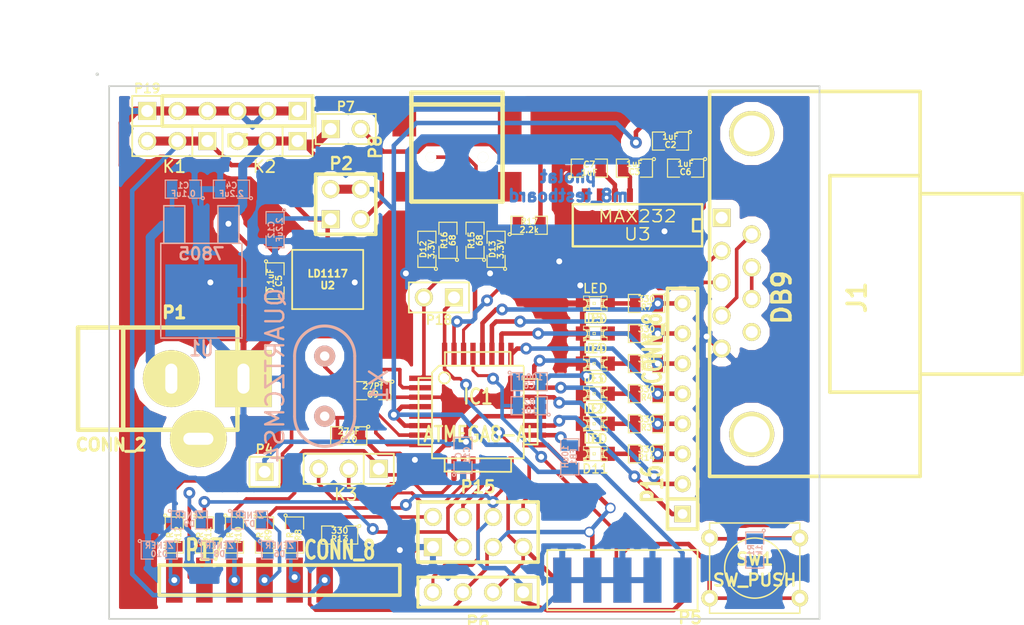
<source format=kicad_pcb>
(kicad_pcb (version 3) (host pcbnew "(2013-mar-13)-testing")
  (layers (15 F.Cu signal) (0 B.Cu signal) (18 B.Paste user) (19 F.Paste user) (20 B.SilkS user) (21 F.SilkS user) (22 B.Mask user) (23 F.Mask user) (28 Edge.Cuts user))
  (net 0 "")
  (net 1 /3.3V)
  (net 2 /5V)
  (net 3 /ARef)
  (net 4 /AVcc)
  (net 5 /CE)
  (net 6 /CSN)
  (net 7 /D0)
  (net 8 /D1)
  (net 9 /D2)
  (net 10 /D3)
  (net 11 /D4)
  (net 12 /D5)
  (net 13 /DC)
  (net 14 /Data+)
  (net 15 /Data-)
  (net 16 /IRQ)
  (net 17 /MISO)
  (net 18 /MOSI)
  (net 19 /N_RES)
  (net 20 /R1IN)
  (net 21 /RES)
  (net 22 /SCK)
  (net 23 /SS)
  (net 24 /T1OUT)
  (net 25 /TX)
  (net 26 GND)
  (net 27 N-000001)
  (net 28 N-0000010)
  (net 29 N-0000015)
  (net 30 N-0000016)
  (net 31 N-0000019)
  (net 32 N-000002)
  (net 33 N-0000020)
  (net 34 N-0000021)
  (net 35 N-0000024)
  (net 36 N-0000025)
  (net 37 N-0000027)
  (net 38 N-0000028)
  (net 39 N-000003)
  (net 40 N-0000030)
  (net 41 N-0000031)
  (net 42 N-0000032)
  (net 43 N-0000035)
  (net 44 N-0000038)
  (net 45 N-0000039)
  (net 46 N-000004)
  (net 47 N-0000040)
  (net 48 N-000005)
  (net 49 N-0000053)
  (net 50 N-0000054)
  (net 51 N-0000055)
  (net 52 N-0000056)
  (net 53 N-0000057)
  (net 54 N-0000058)
  (net 55 N-0000059)
  (net 56 N-000006)
  (net 57 N-0000060)
  (net 58 N-0000061)
  (net 59 N-0000062)
  (net 60 N-0000065)
  (net 61 N-0000066)
  (net 62 N-000007)
  (net 63 N-000008)
  (net 64 N-000009)
  (net 65 VAA)
  (net 66 VCC)
  (module ISP_SMD (layer F.Cu) (at 148.082 77.724)
    (fp_text reference P5 (at 6.985 3.175) (layer F.SilkS) (effects (font (size 1.016 1.016) (thickness 0.2032))))
    (fp_text value CONN_10 hide)
    (pad 1 smd rect (at 6.35 0 180) (size 1.524 3.81) (layers B.Cu F.Paste F.Mask) (net 66 VCC))
    (pad 2 smd rect (at -3.81 0 180) (size 1.524 3.81) (layers B.Cu F.Paste F.Mask) (net 26 GND))
    (pad 3 smd rect (at -1.27 0 180) (size 1.524 3.81) (layers B.Cu F.Paste F.Mask) (net 26 GND))
    (pad 4 smd rect (at 1.27 0 180) (size 1.524 3.81) (layers B.Cu F.Paste F.Mask) (net 26 GND))
    (pad 5 smd rect (at 3.81 0 180) (size 1.524 3.81) (layers B.Cu F.Paste F.Mask) (net 26 GND))
    (pad 6 smd rect (at -3.81 0 180) (size 1.524 3.81) (layers F.Cu F.Paste F.Mask) (net 17 /MISO))
    (pad 7 smd rect (at -1.27 0 180) (size 1.524 3.81) (layers F.Cu F.Paste F.Mask) (net 22 /SCK))
    (pad 8 smd rect (at 1.27 0 180) (size 1.524 3.81) (layers F.Cu F.Paste F.Mask) (net 21 /RES))
    (pad 9 smd rect (at 3.81 0 180) (size 1.524 3.81) (layers F.Cu F.Paste F.Mask) (net 45 N-0000039))
    (pad 10 smd rect (at 6.35 0 180) (size 1.524 3.81) (layers F.Cu F.Paste F.Mask) (net 18 /MOSI))
  )
  (module SM0805 (layer F.Cu) (at 128.27 61.722 180)
    (fp_text reference C9 (at 0 -0.3175 180) (layer F.SilkS) (effects (font (size 0.50038 0.50038) (thickness 0.10922))))
    (fp_text value 27Pf (at 0 0.381 180) (layer F.SilkS) (effects (font (size 0.50038 0.50038) (thickness 0.10922))))
    (pad 1 smd rect (at -0.9525 0 180) (size 0.889 1.397) (layers F.Cu F.Paste F.Mask) (net 26 GND))
    (pad 2 smd rect (at 0.9525 0 180) (size 0.889 1.397) (layers F.Cu F.Paste F.Mask) (net 49 N-0000053))
  )
  (module SM0805 (layer F.Cu) (at 126.238 65.532 180)
    (fp_text reference C10 (at 0 -0.3175 180) (layer F.SilkS) (effects (font (size 0.50038 0.50038) (thickness 0.10922))))
    (fp_text value 27pF (at 0 0.381 180) (layer F.SilkS) (effects (font (size 0.50038 0.50038) (thickness 0.10922))))
    (pad 1 smd rect (at -0.9525 0 180) (size 0.889 1.397) (layers F.Cu F.Paste F.Mask) (net 26 GND))
    (pad 2 smd rect (at 0.9525 0 180) (size 0.889 1.397) (layers F.Cu F.Paste F.Mask) (net 50 N-0000054))
  )
  (module LED-0805 (layer F.Cu) (at 147.066 64.516 180)
    (fp_text reference D1 (at 0 -1.27 180) (layer F.SilkS) (effects (font (size 0.762 0.762) (thickness 0.127))))
    (fp_text value LED (at 0 1.27 180) (layer F.SilkS) (effects (font (size 0.762 0.762) (thickness 0.127))))
    (pad 1 smd rect (at -1.04902 0 180) (size 1.19888 1.19888) (layers F.Cu F.Paste F.Mask) (net 28 N-0000010))
    (pad 2 smd rect (at 1.04902 0 180) (size 1.19888 1.19888) (layers F.Cu F.Paste F.Mask) (net 26 GND))
  )
  (module LED-0805 (layer F.Cu) (at 147.066 61.976 180)
    (fp_text reference D2 (at 0 -1.27 180) (layer F.SilkS) (effects (font (size 0.762 0.762) (thickness 0.127))))
    (fp_text value LED (at 0 1.27 180) (layer F.SilkS) (effects (font (size 0.762 0.762) (thickness 0.127))))
    (pad 1 smd rect (at -1.04902 0 180) (size 1.19888 1.19888) (layers F.Cu F.Paste F.Mask) (net 64 N-000009))
    (pad 2 smd rect (at 1.04902 0 180) (size 1.19888 1.19888) (layers F.Cu F.Paste F.Mask) (net 26 GND))
  )
  (module LED-0805 (layer F.Cu) (at 147.066 59.436 180)
    (fp_text reference D3 (at 0 -1.27 180) (layer F.SilkS) (effects (font (size 0.762 0.762) (thickness 0.127))))
    (fp_text value LED (at 0 1.27 180) (layer F.SilkS) (effects (font (size 0.762 0.762) (thickness 0.127))))
    (pad 1 smd rect (at -1.04902 0 180) (size 1.19888 1.19888) (layers F.Cu F.Paste F.Mask) (net 63 N-000008))
    (pad 2 smd rect (at 1.04902 0 180) (size 1.19888 1.19888) (layers F.Cu F.Paste F.Mask) (net 26 GND))
  )
  (module LED-0805 (layer F.Cu) (at 147.066 56.896 180)
    (fp_text reference D4 (at 0 -1.27 180) (layer F.SilkS) (effects (font (size 0.762 0.762) (thickness 0.127))))
    (fp_text value LED (at 0 1.27 180) (layer F.SilkS) (effects (font (size 0.762 0.762) (thickness 0.127))))
    (pad 1 smd rect (at -1.04902 0 180) (size 1.19888 1.19888) (layers F.Cu F.Paste F.Mask) (net 62 N-000007))
    (pad 2 smd rect (at 1.04902 0 180) (size 1.19888 1.19888) (layers F.Cu F.Paste F.Mask) (net 26 GND))
  )
  (module LED-0805 (layer F.Cu) (at 147.066 54.356 180)
    (fp_text reference D5 (at 0 -1.27 180) (layer F.SilkS) (effects (font (size 0.762 0.762) (thickness 0.127))))
    (fp_text value LED (at 0 1.27 180) (layer F.SilkS) (effects (font (size 0.762 0.762) (thickness 0.127))))
    (pad 1 smd rect (at -1.04902 0 180) (size 1.19888 1.19888) (layers F.Cu F.Paste F.Mask) (net 56 N-000006))
    (pad 2 smd rect (at 1.04902 0 180) (size 1.19888 1.19888) (layers F.Cu F.Paste F.Mask) (net 26 GND))
  )
  (module SM0805 (layer B.Cu) (at 120.396 75.184)
    (fp_text reference D6 (at 0 0.3175) (layer B.SilkS) (effects (font (size 0.50038 0.50038) (thickness 0.10922)) (justify mirror)))
    (fp_text value ZENER (at 0 -0.381) (layer B.SilkS) (effects (font (size 0.50038 0.50038) (thickness 0.10922)) (justify mirror)))
    (pad 1 smd rect (at -0.9525 0) (size 0.889 1.397) (layers B.Cu B.Paste B.Mask) (net 26 GND))
    (pad 2 smd rect (at 0.9525 0) (size 0.889 1.397) (layers B.Cu B.Paste B.Mask) (net 42 N-0000032))
  )
  (module SM0805 (layer B.Cu) (at 117.856 72.644)
    (fp_text reference D7 (at 0 0.3175) (layer B.SilkS) (effects (font (size 0.50038 0.50038) (thickness 0.10922)) (justify mirror)))
    (fp_text value ZENER (at 0 -0.381) (layer B.SilkS) (effects (font (size 0.50038 0.50038) (thickness 0.10922)) (justify mirror)))
    (pad 1 smd rect (at -0.9525 0) (size 0.889 1.397) (layers B.Cu B.Paste B.Mask) (net 26 GND))
    (pad 2 smd rect (at 0.9525 0) (size 0.889 1.397) (layers B.Cu B.Paste B.Mask) (net 51 N-0000055))
  )
  (module SM0805 (layer B.Cu) (at 115.316 75.184)
    (fp_text reference D8 (at 0 0.3175) (layer B.SilkS) (effects (font (size 0.50038 0.50038) (thickness 0.10922)) (justify mirror)))
    (fp_text value ZENER (at 0 -0.381) (layer B.SilkS) (effects (font (size 0.50038 0.50038) (thickness 0.10922)) (justify mirror)))
    (pad 1 smd rect (at -0.9525 0) (size 0.889 1.397) (layers B.Cu B.Paste B.Mask) (net 26 GND))
    (pad 2 smd rect (at 0.9525 0) (size 0.889 1.397) (layers B.Cu B.Paste B.Mask) (net 58 N-0000061))
  )
  (module SM0805 (layer B.Cu) (at 112.776 72.644)
    (fp_text reference D9 (at 0 0.3175) (layer B.SilkS) (effects (font (size 0.50038 0.50038) (thickness 0.10922)) (justify mirror)))
    (fp_text value ZENER (at 0 -0.381) (layer B.SilkS) (effects (font (size 0.50038 0.50038) (thickness 0.10922)) (justify mirror)))
    (pad 1 smd rect (at -0.9525 0) (size 0.889 1.397) (layers B.Cu B.Paste B.Mask) (net 26 GND))
    (pad 2 smd rect (at 0.9525 0) (size 0.889 1.397) (layers B.Cu B.Paste B.Mask) (net 61 N-0000066))
  )
  (module SM0805 (layer B.Cu) (at 110.236 75.184)
    (fp_text reference D10 (at 0 0.3175) (layer B.SilkS) (effects (font (size 0.50038 0.50038) (thickness 0.10922)) (justify mirror)))
    (fp_text value ZENER (at 0 -0.381) (layer B.SilkS) (effects (font (size 0.50038 0.50038) (thickness 0.10922)) (justify mirror)))
    (pad 1 smd rect (at -0.9525 0) (size 0.889 1.397) (layers B.Cu B.Paste B.Mask) (net 26 GND))
    (pad 2 smd rect (at 0.9525 0) (size 0.889 1.397) (layers B.Cu B.Paste B.Mask) (net 60 N-0000065))
  )
  (module LED-0805 (layer F.Cu) (at 147.066 67.056 180)
    (fp_text reference D11 (at 0 -1.27 180) (layer F.SilkS) (effects (font (size 0.762 0.762) (thickness 0.127))))
    (fp_text value LED (at 0 1.27 180) (layer F.SilkS) (effects (font (size 0.762 0.762) (thickness 0.127))))
    (pad 1 smd rect (at -1.04902 0 180) (size 1.19888 1.19888) (layers F.Cu F.Paste F.Mask) (net 38 N-0000028))
    (pad 2 smd rect (at 1.04902 0 180) (size 1.19888 1.19888) (layers F.Cu F.Paste F.Mask) (net 26 GND))
  )
  (module TQFP32 (layer F.Cu) (at 137.16 63.5)
    (fp_text reference IC1 (at 0 -1.27) (layer F.SilkS) (effects (font (size 1.27 1.016) (thickness 0.2032))))
    (fp_text value ATMEGA8-AI (at 0 1.905) (layer F.SilkS) (effects (font (size 1.27 1.016) (thickness 0.2032))))
    (pad 8 smd rect (at -4.81584 2.77622) (size 1.99898 0.44958) (layers F.Cu F.Paste F.Mask) (net 50 N-0000054))
    (pad 7 smd rect (at -4.81584 1.97612) (size 1.99898 0.44958) (layers F.Cu F.Paste F.Mask) (net 49 N-0000053))
    (pad 6 smd rect (at -4.81584 1.17602) (size 1.99898 0.44958) (layers F.Cu F.Paste F.Mask) (net 66 VCC))
    (pad 5 smd rect (at -4.81584 0.37592) (size 1.99898 0.44958) (layers F.Cu F.Paste F.Mask) (net 26 GND))
    (pad 4 smd rect (at -4.81584 -0.42418) (size 1.99898 0.44958) (layers F.Cu F.Paste F.Mask) (net 66 VCC))
    (pad 3 smd rect (at -4.81584 -1.22428) (size 1.99898 0.44958) (layers F.Cu F.Paste F.Mask) (net 26 GND))
    (pad 2 smd rect (at -4.81584 -2.02438) (size 1.99898 0.44958) (layers F.Cu F.Paste F.Mask) (net 19 /N_RES))
    (pad 1 smd rect (at -4.81584 -2.82448) (size 1.99898 0.44958) (layers F.Cu F.Paste F.Mask) (net 14 /Data+))
    (pad 24 smd rect (at 4.7498 -2.8194) (size 1.99898 0.44958) (layers F.Cu F.Paste F.Mask) (net 8 /D1))
    (pad 17 smd rect (at 4.7498 2.794) (size 1.99898 0.44958) (layers F.Cu F.Paste F.Mask) (net 22 /SCK))
    (pad 18 smd rect (at 4.7498 1.9812) (size 1.99898 0.44958) (layers F.Cu F.Paste F.Mask) (net 4 /AVcc))
    (pad 19 smd rect (at 4.7498 1.1684) (size 1.99898 0.44958) (layers F.Cu F.Paste F.Mask) (net 33 N-0000020))
    (pad 20 smd rect (at 4.7498 0.381) (size 1.99898 0.44958) (layers F.Cu F.Paste F.Mask) (net 3 /ARef))
    (pad 21 smd rect (at 4.7498 -0.4318) (size 1.99898 0.44958) (layers F.Cu F.Paste F.Mask) (net 26 GND))
    (pad 22 smd rect (at 4.7498 -1.2192) (size 1.99898 0.44958) (layers F.Cu F.Paste F.Mask) (net 34 N-0000021))
    (pad 23 smd rect (at 4.7498 -2.032) (size 1.99898 0.44958) (layers F.Cu F.Paste F.Mask) (net 7 /D0))
    (pad 32 smd rect (at -2.82448 -4.826) (size 0.44958 1.99898) (layers F.Cu F.Paste F.Mask) (net 16 /IRQ))
    (pad 31 smd rect (at -2.02692 -4.826) (size 0.44958 1.99898) (layers F.Cu F.Paste F.Mask) (net 25 /TX))
    (pad 30 smd rect (at -1.22428 -4.826) (size 0.44958 1.99898) (layers F.Cu F.Paste F.Mask) (net 15 /Data-))
    (pad 29 smd rect (at -0.42672 -4.826) (size 0.44958 1.99898) (layers F.Cu F.Paste F.Mask) (net 21 /RES))
    (pad 28 smd rect (at 0.37592 -4.826) (size 0.44958 1.99898) (layers F.Cu F.Paste F.Mask) (net 12 /D5))
    (pad 27 smd rect (at 1.17348 -4.826) (size 0.44958 1.99898) (layers F.Cu F.Paste F.Mask) (net 11 /D4))
    (pad 26 smd rect (at 1.97612 -4.826) (size 0.44958 1.99898) (layers F.Cu F.Paste F.Mask) (net 10 /D3))
    (pad 25 smd rect (at 2.77368 -4.826) (size 0.44958 1.99898) (layers F.Cu F.Paste F.Mask) (net 9 /D2))
    (pad 9 smd rect (at -2.8194 4.7752) (size 0.44958 1.99898) (layers F.Cu F.Paste F.Mask) (net 13 /DC))
    (pad 10 smd rect (at -2.032 4.7752) (size 0.44958 1.99898) (layers F.Cu F.Paste F.Mask) (net 35 N-0000024))
    (pad 11 smd rect (at -1.2192 4.7752) (size 0.44958 1.99898) (layers F.Cu F.Paste F.Mask) (net 36 N-0000025))
    (pad 12 smd rect (at -0.4318 4.7752) (size 0.44958 1.99898) (layers F.Cu F.Paste F.Mask) (net 5 /CE))
    (pad 13 smd rect (at 0.3556 4.7752) (size 0.44958 1.99898) (layers F.Cu F.Paste F.Mask) (net 6 /CSN))
    (pad 14 smd rect (at 1.1684 4.7752) (size 0.44958 1.99898) (layers F.Cu F.Paste F.Mask) (net 23 /SS))
    (pad 15 smd rect (at 1.9812 4.7752) (size 0.44958 1.99898) (layers F.Cu F.Paste F.Mask) (net 18 /MOSI))
    (pad 16 smd rect (at 2.794 4.7752) (size 0.44958 1.99898) (layers F.Cu F.Paste F.Mask) (net 17 /MISO))
  )
  (module DB9FC (layer F.Cu) (at 159.004 52.578 270)
    (fp_text reference J1 (at 1.27 -10.16 270) (layer F.SilkS) (effects (font (thickness 0.3048))))
    (fp_text value DB9 (at 1.27 -3.81 270) (layer F.SilkS) (effects (font (thickness 0.3048))))
    (pad "" thru_hole circle (at 12.827 -1.27 270) (size 3.81 3.81) (drill 3.048) (layers *.Cu *.Mask F.SilkS))
    (pad "" thru_hole circle (at -12.573 -1.27 270) (size 3.81 3.81) (drill 3.048) (layers *.Cu *.Mask F.SilkS))
    (pad 1 thru_hole rect (at -5.461 1.27 270) (size 1.524 1.524) (drill 1.016) (layers *.Cu *.Mask F.SilkS) (net 59 N-0000062))
    (pad 2 thru_hole circle (at -2.667 1.27 270) (size 1.524 1.524) (drill 1.016) (layers *.Cu *.Mask F.SilkS) (net 24 /T1OUT))
    (pad 3 thru_hole circle (at 0 1.27 270) (size 1.524 1.524) (drill 1.016) (layers *.Cu *.Mask F.SilkS) (net 20 /R1IN))
    (pad 4 thru_hole circle (at 2.794 1.27 270) (size 1.524 1.524) (drill 1.016) (layers *.Cu *.Mask F.SilkS) (net 30 N-0000016))
    (pad 5 thru_hole circle (at 5.588 1.27 270) (size 1.524 1.524) (drill 1.016) (layers *.Cu *.Mask F.SilkS) (net 26 GND))
    (pad 6 thru_hole circle (at -4.064 -1.27 270) (size 1.524 1.524) (drill 1.016) (layers *.Cu *.Mask F.SilkS) (net 30 N-0000016))
    (pad 7 thru_hole circle (at -1.27 -1.27 270) (size 1.524 1.524) (drill 1.016) (layers *.Cu *.Mask F.SilkS) (net 29 N-0000015))
    (pad 8 thru_hole circle (at 1.397 -1.27 270) (size 1.524 1.524) (drill 1.016) (layers *.Cu *.Mask F.SilkS) (net 29 N-0000015))
    (pad 9 thru_hole circle (at 4.191 -1.27 270) (size 1.524 1.524) (drill 1.016) (layers *.Cu *.Mask F.SilkS) (net 52 N-0000056))
  )
  (module PIN_ARRAY_3X1 (layer F.Cu) (at 111.76 40.64 180)
    (fp_text reference K1 (at 0.254 -2.159 180) (layer F.SilkS) (effects (font (size 1.016 1.016) (thickness 0.1524))))
    (fp_text value CONN_3 hide)
    (pad 1 thru_hole rect (at -2.54 0 180) (size 1.524 1.524) (drill 1.016) (layers *.Cu *.Mask F.SilkS) (net 1 /3.3V))
    (pad 2 thru_hole circle (at 0 0 180) (size 1.524 1.524) (drill 1.016) (layers *.Cu *.Mask F.SilkS) (net 1 /3.3V))
    (pad 3 thru_hole circle (at 2.54 0 180) (size 1.524 1.524) (drill 1.016) (layers *.Cu *.Mask F.SilkS) (net 1 /3.3V))
  )
  (module PIN_ARRAY_3X1 (layer F.Cu) (at 119.38 40.64 180)
    (fp_text reference K2 (at 0.254 -2.159 180) (layer F.SilkS) (effects (font (size 1.016 1.016) (thickness 0.1524))))
    (fp_text value CONN_3 hide)
    (pad 1 thru_hole rect (at -2.54 0 180) (size 1.524 1.524) (drill 1.016) (layers *.Cu *.Mask F.SilkS) (net 2 /5V))
    (pad 2 thru_hole circle (at 0 0 180) (size 1.524 1.524) (drill 1.016) (layers *.Cu *.Mask F.SilkS) (net 2 /5V))
    (pad 3 thru_hole circle (at 2.54 0 180) (size 1.524 1.524) (drill 1.016) (layers *.Cu *.Mask F.SilkS) (net 2 /5V))
  )
  (module PIN_ARRAY_3X1 (layer F.Cu) (at 126.238 68.326 180)
    (fp_text reference K3 (at 0.254 -2.159 180) (layer F.SilkS) (effects (font (size 1.016 1.016) (thickness 0.1524))))
    (fp_text value CONN_3 hide)
    (pad 1 thru_hole rect (at -2.54 0 180) (size 1.524 1.524) (drill 1.016) (layers *.Cu *.Mask F.SilkS) (net 13 /DC))
    (pad 2 thru_hole circle (at 0 0 180) (size 1.524 1.524) (drill 1.016) (layers *.Cu *.Mask F.SilkS) (net 35 N-0000024))
    (pad 3 thru_hole circle (at 2.54 0 180) (size 1.524 1.524) (drill 1.016) (layers *.Cu *.Mask F.SilkS) (net 36 N-0000025))
  )
  (module PIN_ARRAY_2X2 (layer F.Cu) (at 125.984 45.974)
    (fp_text reference P2 (at -0.381 -3.429) (layer F.SilkS) (effects (font (size 1.016 1.016) (thickness 0.2032))))
    (fp_text value CONN_2X2 hide)
    (pad 1 thru_hole rect (at -1.27 1.27) (size 1.524 1.524) (drill 1.016) (layers *.Cu *.Mask F.SilkS) (net 1 /3.3V))
    (pad 2 thru_hole circle (at -1.27 -1.27) (size 1.524 1.524) (drill 1.016) (layers *.Cu *.Mask F.SilkS) (net 66 VCC))
    (pad 3 thru_hole circle (at 1.27 1.27) (size 1.524 1.524) (drill 1.016) (layers *.Cu *.Mask F.SilkS) (net 2 /5V))
    (pad 4 thru_hole circle (at 1.27 -1.27) (size 1.524 1.524) (drill 1.016) (layers *.Cu *.Mask F.SilkS) (net 66 VCC))
  )
  (module SIL-8 (layer F.Cu) (at 154.432 63.246 90)
    (fp_text reference P16 (at -6.35 -2.54 90) (layer F.SilkS) (effects (font (size 1.72974 1.08712) (thickness 0.3048))))
    (fp_text value CONN_8 (at 5.08 -2.54 90) (layer F.SilkS) (effects (font (size 1.524 1.016) (thickness 0.3048))))
    (pad 1 thru_hole rect (at -8.89 0 90) (size 1.397 1.397) (drill 0.8128) (layers *.Cu *.Mask F.SilkS) (net 33 N-0000020))
    (pad 2 thru_hole circle (at -6.35 0 90) (size 1.397 1.397) (drill 0.8128) (layers *.Cu *.Mask F.SilkS) (net 34 N-0000021))
    (pad 3 thru_hole circle (at -3.81 0 90) (size 1.397 1.397) (drill 0.8128) (layers *.Cu *.Mask F.SilkS) (net 7 /D0))
    (pad 4 thru_hole circle (at -1.27 0 90) (size 1.397 1.397) (drill 0.8128) (layers *.Cu *.Mask F.SilkS) (net 8 /D1))
    (pad 5 thru_hole circle (at 1.27 0 90) (size 1.397 1.397) (drill 0.8128) (layers *.Cu *.Mask F.SilkS) (net 9 /D2))
    (pad 6 thru_hole circle (at 3.81 0 90) (size 1.397 1.397) (drill 0.8128) (layers *.Cu *.Mask F.SilkS) (net 10 /D3))
    (pad 7 thru_hole circle (at 6.35 0 90) (size 1.397 1.397) (drill 0.8128) (layers *.Cu *.Mask F.SilkS) (net 11 /D4))
    (pad 8 thru_hole circle (at 8.89 0 90) (size 1.397 1.397) (drill 0.8128) (layers *.Cu *.Mask F.SilkS) (net 12 /D5))
  )
  (module SM0805 (layer B.Cu) (at 160.528 75.184 270)
    (fp_text reference R1 (at 0 0.3175 270) (layer B.SilkS) (effects (font (size 0.50038 0.50038) (thickness 0.10922)) (justify mirror)))
    (fp_text value 1k (at 0 -0.381 270) (layer B.SilkS) (effects (font (size 0.50038 0.50038) (thickness 0.10922)) (justify mirror)))
    (pad 1 smd rect (at -0.9525 0 270) (size 0.889 1.397) (layers B.Cu B.Paste B.Mask) (net 41 N-0000031))
    (pad 2 smd rect (at 0.9525 0 270) (size 0.889 1.397) (layers B.Cu B.Paste B.Mask) (net 26 GND))
  )
  (module SM0805 (layer B.Cu) (at 141.478 62.992 180)
    (fp_text reference R2 (at 0 0.3175 180) (layer B.SilkS) (effects (font (size 0.50038 0.50038) (thickness 0.10922)) (justify mirror)))
    (fp_text value 10k (at 0 -0.381 180) (layer B.SilkS) (effects (font (size 0.50038 0.50038) (thickness 0.10922)) (justify mirror)))
    (pad 1 smd rect (at -0.9525 0 180) (size 0.889 1.397) (layers B.Cu B.Paste B.Mask) (net 66 VCC))
    (pad 2 smd rect (at 0.9525 0 180) (size 0.889 1.397) (layers B.Cu B.Paste B.Mask) (net 21 /RES))
  )
  (module SM0805 (layer F.Cu) (at 151.384 64.516 180)
    (fp_text reference R3 (at 0 -0.3175 180) (layer F.SilkS) (effects (font (size 0.50038 0.50038) (thickness 0.10922))))
    (fp_text value 330 (at 0 0.381 180) (layer F.SilkS) (effects (font (size 0.50038 0.50038) (thickness 0.10922))))
    (pad 1 smd rect (at -0.9525 0 180) (size 0.889 1.397) (layers F.Cu F.Paste F.Mask) (net 8 /D1))
    (pad 2 smd rect (at 0.9525 0 180) (size 0.889 1.397) (layers F.Cu F.Paste F.Mask) (net 28 N-0000010))
  )
  (module SM0805 (layer F.Cu) (at 151.384 61.976 180)
    (fp_text reference R4 (at 0 -0.3175 180) (layer F.SilkS) (effects (font (size 0.50038 0.50038) (thickness 0.10922))))
    (fp_text value 330 (at 0 0.381 180) (layer F.SilkS) (effects (font (size 0.50038 0.50038) (thickness 0.10922))))
    (pad 1 smd rect (at -0.9525 0 180) (size 0.889 1.397) (layers F.Cu F.Paste F.Mask) (net 9 /D2))
    (pad 2 smd rect (at 0.9525 0 180) (size 0.889 1.397) (layers F.Cu F.Paste F.Mask) (net 64 N-000009))
  )
  (module SM0805 (layer F.Cu) (at 151.384 59.436 180)
    (fp_text reference R5 (at 0 -0.3175 180) (layer F.SilkS) (effects (font (size 0.50038 0.50038) (thickness 0.10922))))
    (fp_text value 330 (at 0 0.381 180) (layer F.SilkS) (effects (font (size 0.50038 0.50038) (thickness 0.10922))))
    (pad 1 smd rect (at -0.9525 0 180) (size 0.889 1.397) (layers F.Cu F.Paste F.Mask) (net 10 /D3))
    (pad 2 smd rect (at 0.9525 0 180) (size 0.889 1.397) (layers F.Cu F.Paste F.Mask) (net 63 N-000008))
  )
  (module SM0805 (layer F.Cu) (at 151.384 56.896 180)
    (fp_text reference R6 (at 0 -0.3175 180) (layer F.SilkS) (effects (font (size 0.50038 0.50038) (thickness 0.10922))))
    (fp_text value 330 (at 0 0.381 180) (layer F.SilkS) (effects (font (size 0.50038 0.50038) (thickness 0.10922))))
    (pad 1 smd rect (at -0.9525 0 180) (size 0.889 1.397) (layers F.Cu F.Paste F.Mask) (net 11 /D4))
    (pad 2 smd rect (at 0.9525 0 180) (size 0.889 1.397) (layers F.Cu F.Paste F.Mask) (net 62 N-000007))
  )
  (module SM0805 (layer F.Cu) (at 151.384 54.356 180)
    (fp_text reference R7 (at 0 -0.3175 180) (layer F.SilkS) (effects (font (size 0.50038 0.50038) (thickness 0.10922))))
    (fp_text value 330 (at 0 0.381 180) (layer F.SilkS) (effects (font (size 0.50038 0.50038) (thickness 0.10922))))
    (pad 1 smd rect (at -0.9525 0 180) (size 0.889 1.397) (layers F.Cu F.Paste F.Mask) (net 12 /D5))
    (pad 2 smd rect (at 0.9525 0 180) (size 0.889 1.397) (layers F.Cu F.Paste F.Mask) (net 56 N-000006))
  )
  (module SM0805 (layer F.Cu) (at 121.666 73.914 270)
    (fp_text reference R8 (at 0 -0.3175 270) (layer F.SilkS) (effects (font (size 0.50038 0.50038) (thickness 0.10922))))
    (fp_text value R (at 0 0.381 270) (layer F.SilkS) (effects (font (size 0.50038 0.50038) (thickness 0.10922))))
    (pad 1 smd rect (at -0.9525 0 270) (size 0.889 1.397) (layers F.Cu F.Paste F.Mask) (net 22 /SCK))
    (pad 2 smd rect (at 0.9525 0 270) (size 0.889 1.397) (layers F.Cu F.Paste F.Mask) (net 42 N-0000032))
  )
  (module SM0805 (layer F.Cu) (at 119.126 73.914 270)
    (fp_text reference R9 (at 0 -0.3175 270) (layer F.SilkS) (effects (font (size 0.50038 0.50038) (thickness 0.10922))))
    (fp_text value R (at 0 0.381 270) (layer F.SilkS) (effects (font (size 0.50038 0.50038) (thickness 0.10922))))
    (pad 1 smd rect (at -0.9525 0 270) (size 0.889 1.397) (layers F.Cu F.Paste F.Mask) (net 18 /MOSI))
    (pad 2 smd rect (at 0.9525 0 270) (size 0.889 1.397) (layers F.Cu F.Paste F.Mask) (net 51 N-0000055))
  )
  (module SM0805 (layer F.Cu) (at 116.586 73.914 270)
    (fp_text reference R10 (at 0 -0.3175 270) (layer F.SilkS) (effects (font (size 0.50038 0.50038) (thickness 0.10922))))
    (fp_text value R (at 0 0.381 270) (layer F.SilkS) (effects (font (size 0.50038 0.50038) (thickness 0.10922))))
    (pad 1 smd rect (at -0.9525 0 270) (size 0.889 1.397) (layers F.Cu F.Paste F.Mask) (net 13 /DC))
    (pad 2 smd rect (at 0.9525 0 270) (size 0.889 1.397) (layers F.Cu F.Paste F.Mask) (net 58 N-0000061))
  )
  (module SM0805 (layer F.Cu) (at 114.046 73.914 270)
    (fp_text reference R11 (at 0 -0.3175 270) (layer F.SilkS) (effects (font (size 0.50038 0.50038) (thickness 0.10922))))
    (fp_text value R (at 0 0.381 270) (layer F.SilkS) (effects (font (size 0.50038 0.50038) (thickness 0.10922))))
    (pad 1 smd rect (at -0.9525 0 270) (size 0.889 1.397) (layers F.Cu F.Paste F.Mask) (net 5 /CE))
    (pad 2 smd rect (at 0.9525 0 270) (size 0.889 1.397) (layers F.Cu F.Paste F.Mask) (net 61 N-0000066))
  )
  (module SM0805 (layer F.Cu) (at 111.506 73.914 270)
    (fp_text reference R12 (at 0 -0.3175 270) (layer F.SilkS) (effects (font (size 0.50038 0.50038) (thickness 0.10922))))
    (fp_text value R (at 0 0.381 270) (layer F.SilkS) (effects (font (size 0.50038 0.50038) (thickness 0.10922))))
    (pad 1 smd rect (at -0.9525 0 270) (size 0.889 1.397) (layers F.Cu F.Paste F.Mask) (net 19 /N_RES))
    (pad 2 smd rect (at 0.9525 0 270) (size 0.889 1.397) (layers F.Cu F.Paste F.Mask) (net 60 N-0000065))
  )
  (module SM0805 (layer F.Cu) (at 125.476 73.914 180)
    (fp_text reference R13 (at 0 -0.3175 180) (layer F.SilkS) (effects (font (size 0.50038 0.50038) (thickness 0.10922))))
    (fp_text value 330 (at 0 0.381 180) (layer F.SilkS) (effects (font (size 0.50038 0.50038) (thickness 0.10922))))
    (pad 1 smd rect (at -0.9525 0 180) (size 0.889 1.397) (layers F.Cu F.Paste F.Mask) (net 40 N-0000030))
    (pad 2 smd rect (at 0.9525 0 180) (size 0.889 1.397) (layers F.Cu F.Paste F.Mask) (net 1 /3.3V))
  )
  (module SM0805 (layer F.Cu) (at 151.384 67.056 180)
    (fp_text reference R14 (at 0 -0.3175 180) (layer F.SilkS) (effects (font (size 0.50038 0.50038) (thickness 0.10922))))
    (fp_text value 330 (at 0 0.381 180) (layer F.SilkS) (effects (font (size 0.50038 0.50038) (thickness 0.10922))))
    (pad 1 smd rect (at -0.9525 0 180) (size 0.889 1.397) (layers F.Cu F.Paste F.Mask) (net 7 /D0))
    (pad 2 smd rect (at 0.9525 0 180) (size 0.889 1.397) (layers F.Cu F.Paste F.Mask) (net 38 N-0000028))
  )
  (module SM0805 (layer F.Cu) (at 136.906 49.022 90)
    (fp_text reference R15 (at 0 -0.3175 90) (layer F.SilkS) (effects (font (size 0.50038 0.50038) (thickness 0.10922))))
    (fp_text value 68 (at 0 0.381 90) (layer F.SilkS) (effects (font (size 0.50038 0.50038) (thickness 0.10922))))
    (pad 1 smd rect (at -0.9525 0 90) (size 0.889 1.397) (layers F.Cu F.Paste F.Mask) (net 15 /Data-))
    (pad 2 smd rect (at 0.9525 0 90) (size 0.889 1.397) (layers F.Cu F.Paste F.Mask) (net 43 N-0000035))
  )
  (module SM0805 (layer F.Cu) (at 134.62 49.022 90)
    (fp_text reference R16 (at 0 -0.3175 90) (layer F.SilkS) (effects (font (size 0.50038 0.50038) (thickness 0.10922))))
    (fp_text value 68 (at 0 0.381 90) (layer F.SilkS) (effects (font (size 0.50038 0.50038) (thickness 0.10922))))
    (pad 1 smd rect (at -0.9525 0 90) (size 0.889 1.397) (layers F.Cu F.Paste F.Mask) (net 14 /Data+))
    (pad 2 smd rect (at 0.9525 0 90) (size 0.889 1.397) (layers F.Cu F.Paste F.Mask) (net 37 N-0000027))
  )
  (module SM0805 (layer F.Cu) (at 141.478 47.752)
    (fp_text reference R17 (at 0 -0.3175) (layer F.SilkS) (effects (font (size 0.50038 0.50038) (thickness 0.10922))))
    (fp_text value 2.2k (at 0 0.381) (layer F.SilkS) (effects (font (size 0.50038 0.50038) (thickness 0.10922))))
    (pad 1 smd rect (at -0.9525 0) (size 0.889 1.397) (layers F.Cu F.Paste F.Mask) (net 43 N-0000035))
    (pad 2 smd rect (at 0.9525 0) (size 0.889 1.397) (layers F.Cu F.Paste F.Mask) (net 44 N-0000038))
  )
  (module SW_PUSH_SMALL (layer F.Cu) (at 160.528 76.708)
    (fp_text reference SW1 (at 0 -0.762) (layer F.SilkS) (effects (font (size 1.016 1.016) (thickness 0.2032))))
    (fp_text value SW_PUSH (at 0 1.016) (layer F.SilkS) (effects (font (size 1.016 1.016) (thickness 0.2032))))
    (pad 1 thru_hole circle (at 3.81 -2.54) (size 1.397 1.397) (drill 0.8128) (layers *.Cu *.Mask F.SilkS) (net 41 N-0000031))
    (pad 2 thru_hole circle (at 3.81 2.54) (size 1.397 1.397) (drill 0.8128) (layers *.Cu *.Mask F.SilkS) (net 21 /RES))
    (pad 1 thru_hole circle (at -3.81 -2.54) (size 1.397 1.397) (drill 0.8128) (layers *.Cu *.Mask F.SilkS) (net 41 N-0000031))
    (pad 2 thru_hole circle (at -3.81 2.54) (size 1.397 1.397) (drill 0.8128) (layers *.Cu *.Mask F.SilkS) (net 21 /RES))
  )
  (module DPAK2 (layer B.Cu) (at 113.792 47.752)
    (fp_text reference U1 (at 0 10.414) (layer B.SilkS) (effects (font (size 1.27 1.016) (thickness 0.2032)) (justify mirror)))
    (fp_text value 7805 (at 0 2.413) (layer B.SilkS) (effects (font (size 1.016 1.016) (thickness 0.2032)) (justify mirror)))
    (pad 1 smd rect (at -2.286 0) (size 1.651 3.048) (layers B.Cu B.Paste B.Mask) (net 65 VAA))
    (pad 2 smd rect (at 0 6.35) (size 6.096 6.096) (layers B.Cu B.Paste B.Mask) (net 26 GND))
    (pad 3 smd rect (at 2.286 0) (size 1.651 3.048) (layers B.Cu B.Paste B.Mask) (net 2 /5V))
  )
  (module SO16E (layer F.Cu) (at 150.622 47.752 180)
    (fp_text reference U3 (at 0 -0.762 180) (layer F.SilkS) (effects (font (size 1.016 1.143) (thickness 0.127))))
    (fp_text value MAX232 (at 0 0.762 180) (layer F.SilkS) (effects (font (size 1.016 1.143) (thickness 0.127))))
    (pad 1 smd rect (at -4.445 2.54 180) (size 0.508 1.143) (layers F.Cu F.Paste F.Mask) (net 46 N-000004))
    (pad 2 smd rect (at -3.175 2.54 180) (size 0.508 1.143) (layers F.Cu F.Paste F.Mask) (net 31 N-0000019))
    (pad 3 smd rect (at -1.905 2.54 180) (size 0.508 1.143) (layers F.Cu F.Paste F.Mask) (net 39 N-000003))
    (pad 4 smd rect (at -0.635 2.54 180) (size 0.508 1.143) (layers F.Cu F.Paste F.Mask) (net 32 N-000002))
    (pad 5 smd rect (at 0.635 2.54 180) (size 0.508 1.143) (layers F.Cu F.Paste F.Mask) (net 27 N-000001))
    (pad 6 smd rect (at 1.905 2.54 180) (size 0.508 1.143) (layers F.Cu F.Paste F.Mask) (net 48 N-000005))
    (pad 7 smd rect (at 3.175 2.54 180) (size 0.508 1.143) (layers F.Cu F.Paste F.Mask) (net 55 N-0000059))
    (pad 8 smd rect (at 4.445 2.54 180) (size 0.508 1.143) (layers F.Cu F.Paste F.Mask) (net 57 N-0000060))
    (pad 9 smd rect (at 4.445 -2.54 180) (size 0.508 1.143) (layers F.Cu F.Paste F.Mask) (net 54 N-0000058))
    (pad 10 smd rect (at 3.175 -2.54 180) (size 0.508 1.143) (layers F.Cu F.Paste F.Mask) (net 53 N-0000057))
    (pad 11 smd rect (at 1.905 -2.54 180) (size 0.508 1.143) (layers F.Cu F.Paste F.Mask) (net 15 /Data-))
    (pad 12 smd rect (at 0.635 -2.54 180) (size 0.508 1.143) (layers F.Cu F.Paste F.Mask) (net 25 /TX))
    (pad 13 smd rect (at -0.635 -2.54 180) (size 0.508 1.143) (layers F.Cu F.Paste F.Mask) (net 20 /R1IN))
    (pad 14 smd rect (at -1.905 -2.54 180) (size 0.508 1.143) (layers F.Cu F.Paste F.Mask) (net 24 /T1OUT))
    (pad 15 smd rect (at -3.175 -2.54 180) (size 0.508 1.143) (layers F.Cu F.Paste F.Mask) (net 26 GND))
    (pad 16 smd rect (at -4.445 -2.54 180) (size 0.508 1.143) (layers F.Cu F.Paste F.Mask) (net 66 VCC))
  )
  (module pin_array_4x2 (layer F.Cu) (at 137.16 73.66)
    (fp_text reference P15 (at 0 -3.81) (layer F.SilkS) (effects (font (size 1.016 1.016) (thickness 0.2032))))
    (fp_text value CONN_4X2 hide)
    (pad 1 thru_hole rect (at -3.81 1.27) (size 1.524 1.524) (drill 1.016) (layers *.Cu *.Mask F.SilkS) (net 26 GND))
    (pad 2 thru_hole circle (at -3.81 -1.27) (size 1.524 1.524) (drill 1.016) (layers *.Cu *.Mask F.SilkS) (net 1 /3.3V))
    (pad 3 thru_hole circle (at -1.27 1.27) (size 1.524 1.524) (drill 1.016) (layers *.Cu *.Mask F.SilkS) (net 5 /CE))
    (pad 4 thru_hole circle (at -1.27 -1.27) (size 1.524 1.524) (drill 1.016) (layers *.Cu *.Mask F.SilkS) (net 6 /CSN))
    (pad 5 thru_hole circle (at 1.27 1.27) (size 1.524 1.524) (drill 1.016) (layers *.Cu *.Mask F.SilkS) (net 22 /SCK))
    (pad 6 thru_hole circle (at 1.27 -1.27) (size 1.524 1.524) (drill 1.016) (layers *.Cu *.Mask F.SilkS) (net 18 /MOSI))
    (pad 7 thru_hole circle (at 3.81 1.27) (size 1.524 1.524) (drill 1.016) (layers *.Cu *.Mask F.SilkS) (net 17 /MISO))
    (pad 8 thru_hole circle (at 3.81 -1.27) (size 1.524 1.524) (drill 1.016) (layers *.Cu *.Mask F.SilkS) (net 16 /IRQ))
  )
  (module SM0805 (layer B.Cu) (at 144.907 67.31 90)
    (fp_text reference FB1 (at 0 0.3175 90) (layer B.SilkS) (effects (font (size 0.50038 0.50038) (thickness 0.10922)) (justify mirror)))
    (fp_text value 10uH (at 0 -0.381 90) (layer B.SilkS) (effects (font (size 0.50038 0.50038) (thickness 0.10922)) (justify mirror)))
    (pad 1 smd rect (at -0.9525 0 90) (size 0.889 1.397) (layers B.Cu B.Paste B.Mask) (net 66 VCC))
    (pad 2 smd rect (at 0.9525 0 90) (size 0.889 1.397) (layers B.Cu B.Paste B.Mask) (net 4 /AVcc))
  )
  (module 5110display (layer F.Cu) (at 120.396 77.724)
    (fp_text reference P17 (at -6.35 -2.54) (layer F.SilkS) (effects (font (size 1.72974 1.08712) (thickness 0.3048))))
    (fp_text value CONN_8 (at 5.08 -2.54) (layer F.SilkS) (effects (font (size 1.524 1.016) (thickness 0.3048))))
    (pad 1 smd rect (at -8.89 0) (size 1.397 3.81) (layers F.Cu F.Paste F.Mask) (net 60 N-0000065))
    (pad 2 smd rect (at -6.35 0) (size 1.397 3.81) (layers F.Cu F.Paste F.Mask) (net 61 N-0000066))
    (pad 3 smd rect (at -3.81 0) (size 1.397 3.81) (layers F.Cu F.Paste F.Mask) (net 58 N-0000061))
    (pad 4 smd rect (at -1.27 0) (size 1.397 3.81) (layers F.Cu F.Paste F.Mask) (net 51 N-0000055))
    (pad 5 smd rect (at 1.27 0) (size 1.397 3.81) (layers F.Cu F.Paste F.Mask) (net 42 N-0000032))
    (pad 6 smd rect (at 3.81 0) (size 1.397 3.81) (layers F.Cu F.Paste F.Mask) (net 1 /3.3V))
    (pad 7 smd rect (at 6.35 0) (size 1.397 3.81) (layers F.Cu F.Paste F.Mask) (net 40 N-0000030))
    (pad 8 smd rect (at 8.89 0) (size 1.397 3.81) (layers F.Cu F.Paste F.Mask) (net 26 GND))
  )
  (module quartz (layer B.Cu) (at 124.206 62.611 90)
    (fp_text reference X1 (at 1.27 4.572 90) (layer B.SilkS) (effects (font (thickness 0.2032)) (justify mirror)))
    (fp_text value QUARTZCMS4 (at 2.18186 -4.191 90) (layer B.SilkS) (effects (font (thickness 0.2032)) (justify mirror)))
    (pad 1 thru_hole circle (at -1.27 0 90) (size 1.778 1.778) (drill 0.79756) (layers *.Cu B.Paste B.SilkS B.Mask) (net 50 N-0000054))
    (pad 3 thru_hole circle (at 3.81 0 90) (size 1.778 1.778) (drill 0.79756) (layers *.Cu B.Paste B.SilkS B.Mask) (net 49 N-0000053))
  )
  (module JACK_ALIM (layer F.Cu) (at 111.252 60.706)
    (fp_text reference P1 (at 0.254 -5.588) (layer F.SilkS) (effects (font (size 1.016 1.016) (thickness 0.254))))
    (fp_text value CONN_2 (at -5.08 5.588) (layer F.SilkS) (effects (font (size 1.016 1.016) (thickness 0.254))))
    (pad 2 thru_hole circle (at 0 0) (size 4.8006 4.8006) (drill oval 1.016 2.54) (layers *.Cu *.Mask F.SilkS) (net 65 VAA))
    (pad 1 thru_hole rect (at 6.096 0) (size 4.8006 4.8006) (drill oval 1.016 2.54) (layers *.Cu *.Mask F.SilkS) (net 26 GND))
    (pad 3 thru_hole circle (at 2.286 5.08) (size 4.8006 4.8006) (drill oval 2.54 1.016) (layers *.Cu *.Mask F.SilkS))
  )
  (module SM0805 (layer B.Cu) (at 112.268 44.704 180)
    (fp_text reference C1 (at 0 0.3175 180) (layer B.SilkS) (effects (font (size 0.50038 0.50038) (thickness 0.10922)) (justify mirror)))
    (fp_text value 0,1uF (at 0 -0.381 180) (layer B.SilkS) (effects (font (size 0.50038 0.50038) (thickness 0.10922)) (justify mirror)))
    (pad 1 smd rect (at -0.9525 0 180) (size 0.889 1.397) (layers B.Cu B.Paste B.Mask) (net 26 GND))
    (pad 2 smd rect (at 0.9525 0 180) (size 0.889 1.397) (layers B.Cu B.Paste B.Mask) (net 65 VAA))
  )
  (module SM0805 (layer F.Cu) (at 153.416 40.64 180)
    (fp_text reference C2 (at 0 -0.3175 180) (layer F.SilkS) (effects (font (size 0.50038 0.50038) (thickness 0.10922))))
    (fp_text value 1uF (at 0 0.381 180) (layer F.SilkS) (effects (font (size 0.50038 0.50038) (thickness 0.10922))))
    (pad 1 smd rect (at -0.9525 0 180) (size 0.889 1.397) (layers F.Cu F.Paste F.Mask) (net 46 N-000004))
    (pad 2 smd rect (at 0.9525 0 180) (size 0.889 1.397) (layers F.Cu F.Paste F.Mask) (net 39 N-000003))
  )
  (module SM0805 (layer F.Cu) (at 150.368 42.926 180)
    (fp_text reference C3 (at 0 -0.3175 180) (layer F.SilkS) (effects (font (size 0.50038 0.50038) (thickness 0.10922))))
    (fp_text value 1uF (at 0 0.381 180) (layer F.SilkS) (effects (font (size 0.50038 0.50038) (thickness 0.10922))))
    (pad 1 smd rect (at -0.9525 0 180) (size 0.889 1.397) (layers F.Cu F.Paste F.Mask) (net 32 N-000002))
    (pad 2 smd rect (at 0.9525 0 180) (size 0.889 1.397) (layers F.Cu F.Paste F.Mask) (net 27 N-000001))
  )
  (module SM0805 (layer B.Cu) (at 116.332 44.704 180)
    (fp_text reference C4 (at 0 0.3175 180) (layer B.SilkS) (effects (font (size 0.50038 0.50038) (thickness 0.10922)) (justify mirror)))
    (fp_text value 2.2uF (at 0 -0.381 180) (layer B.SilkS) (effects (font (size 0.50038 0.50038) (thickness 0.10922)) (justify mirror)))
    (pad 1 smd rect (at -0.9525 0 180) (size 0.889 1.397) (layers B.Cu B.Paste B.Mask) (net 2 /5V))
    (pad 2 smd rect (at 0.9525 0 180) (size 0.889 1.397) (layers B.Cu B.Paste B.Mask) (net 26 GND))
  )
  (module SM0805 (layer F.Cu) (at 120.015 52.451 270)
    (fp_text reference C5 (at 0 -0.3175 270) (layer F.SilkS) (effects (font (size 0.50038 0.50038) (thickness 0.10922))))
    (fp_text value 0,1uF (at 0 0.381 270) (layer F.SilkS) (effects (font (size 0.50038 0.50038) (thickness 0.10922))))
    (pad 1 smd rect (at -0.9525 0 270) (size 0.889 1.397) (layers F.Cu F.Paste F.Mask) (net 2 /5V))
    (pad 2 smd rect (at 0.9525 0 270) (size 0.889 1.397) (layers F.Cu F.Paste F.Mask) (net 26 GND))
  )
  (module SM0805 (layer F.Cu) (at 154.686 42.926 180)
    (fp_text reference C6 (at 0 -0.3175 180) (layer F.SilkS) (effects (font (size 0.50038 0.50038) (thickness 0.10922))))
    (fp_text value 1uF (at 0 0.381 180) (layer F.SilkS) (effects (font (size 0.50038 0.50038) (thickness 0.10922))))
    (pad 1 smd rect (at -0.9525 0 180) (size 0.889 1.397) (layers F.Cu F.Paste F.Mask) (net 66 VCC))
    (pad 2 smd rect (at 0.9525 0 180) (size 0.889 1.397) (layers F.Cu F.Paste F.Mask) (net 31 N-0000019))
  )
  (module SM0805 (layer F.Cu) (at 146.558 42.926)
    (fp_text reference C7 (at 0 -0.3175) (layer F.SilkS) (effects (font (size 0.50038 0.50038) (thickness 0.10922))))
    (fp_text value 1uF (at 0 0.381) (layer F.SilkS) (effects (font (size 0.50038 0.50038) (thickness 0.10922))))
    (pad 1 smd rect (at -0.9525 0) (size 0.889 1.397) (layers F.Cu F.Paste F.Mask) (net 26 GND))
    (pad 2 smd rect (at 0.9525 0) (size 0.889 1.397) (layers F.Cu F.Paste F.Mask) (net 48 N-000005))
  )
  (module SM0805 (layer B.Cu) (at 141.478 60.96)
    (fp_text reference C8 (at 0 0.3175) (layer B.SilkS) (effects (font (size 0.50038 0.50038) (thickness 0.10922)) (justify mirror)))
    (fp_text value 100nF (at 0 -0.381) (layer B.SilkS) (effects (font (size 0.50038 0.50038) (thickness 0.10922)) (justify mirror)))
    (pad 1 smd rect (at -0.9525 0) (size 0.889 1.397) (layers B.Cu B.Paste B.Mask) (net 21 /RES))
    (pad 2 smd rect (at 0.9525 0) (size 0.889 1.397) (layers B.Cu B.Paste B.Mask) (net 26 GND))
  )
  (module SM0805 (layer B.Cu) (at 135.89 67.183 90)
    (fp_text reference C11 (at 0 0.3175 90) (layer B.SilkS) (effects (font (size 0.50038 0.50038) (thickness 0.10922)) (justify mirror)))
    (fp_text value C (at 0 -0.381 90) (layer B.SilkS) (effects (font (size 0.50038 0.50038) (thickness 0.10922)) (justify mirror)))
    (pad 1 smd rect (at -0.9525 0 90) (size 0.889 1.397) (layers B.Cu B.Paste B.Mask) (net 26 GND))
    (pad 2 smd rect (at 0.9525 0 90) (size 0.889 1.397) (layers B.Cu B.Paste B.Mask) (net 3 /ARef))
  )
  (module SM0805 (layer B.Cu) (at 120.015 48.133 270)
    (fp_text reference C12 (at 0 0.3175 270) (layer B.SilkS) (effects (font (size 0.50038 0.50038) (thickness 0.10922)) (justify mirror)))
    (fp_text value 2.2uF (at 0 -0.381 270) (layer B.SilkS) (effects (font (size 0.50038 0.50038) (thickness 0.10922)) (justify mirror)))
    (pad 1 smd rect (at -0.9525 0 270) (size 0.889 1.397) (layers B.Cu B.Paste B.Mask) (net 1 /3.3V))
    (pad 2 smd rect (at 0.9525 0 270) (size 0.889 1.397) (layers B.Cu B.Paste B.Mask) (net 26 GND))
  )
  (module SM0805 (layer F.Cu) (at 132.842 49.784 90)
    (fp_text reference D12 (at 0 -0.3175 90) (layer F.SilkS) (effects (font (size 0.50038 0.50038) (thickness 0.10922))))
    (fp_text value 3.3V (at 0 0.381 90) (layer F.SilkS) (effects (font (size 0.50038 0.50038) (thickness 0.10922))))
    (pad 1 smd rect (at -0.9525 0 90) (size 0.889 1.397) (layers F.Cu F.Paste F.Mask) (net 26 GND))
    (pad 2 smd rect (at 0.9525 0 90) (size 0.889 1.397) (layers F.Cu F.Paste F.Mask) (net 37 N-0000027))
  )
  (module SM0805 (layer F.Cu) (at 138.684 49.784 90)
    (fp_text reference D13 (at 0 -0.3175 90) (layer F.SilkS) (effects (font (size 0.50038 0.50038) (thickness 0.10922))))
    (fp_text value 3.3V (at 0 0.381 90) (layer F.SilkS) (effects (font (size 0.50038 0.50038) (thickness 0.10922))))
    (pad 1 smd rect (at -0.9525 0 90) (size 0.889 1.397) (layers F.Cu F.Paste F.Mask) (net 26 GND))
    (pad 2 smd rect (at 0.9525 0 90) (size 0.889 1.397) (layers F.Cu F.Paste F.Mask) (net 43 N-0000035))
  )
  (module PIN_ARRAY_5x1 (layer F.Cu) (at 116.84 38.1 180)
    (fp_text reference P3 (at 0 -2.54 180) (layer F.SilkS) (effects (font (size 1.016 1.016) (thickness 0.2032))))
    (fp_text value CONN_5 hide)
    (pad 1 thru_hole rect (at -5.08 0 180) (size 1.524 1.524) (drill 1.016) (layers *.Cu *.Mask F.SilkS) (net 26 GND))
    (pad 2 thru_hole circle (at -2.54 0 180) (size 1.524 1.524) (drill 1.016) (layers *.Cu *.Mask F.SilkS) (net 26 GND))
    (pad 3 thru_hole circle (at 0 0 180) (size 1.524 1.524) (drill 1.016) (layers *.Cu *.Mask F.SilkS) (net 26 GND))
    (pad 4 thru_hole circle (at 2.54 0 180) (size 1.524 1.524) (drill 1.016) (layers *.Cu *.Mask F.SilkS) (net 26 GND))
    (pad 5 thru_hole circle (at 5.08 0 180) (size 1.524 1.524) (drill 1.016) (layers *.Cu *.Mask F.SilkS) (net 26 GND))
  )
  (module PIN_ARRAY_1 (layer F.Cu) (at 119.126 68.58)
    (fp_text reference P4 (at 0 -1.905) (layer F.SilkS) (effects (font (size 0.762 0.762) (thickness 0.1524))))
    (fp_text value CONN_1 hide)
    (pad 1 thru_hole rect (at 0 0) (size 1.524 1.524) (drill 1.016) (layers *.Cu *.Mask F.SilkS) (net 3 /ARef))
  )
  (module PIN_ARRAY_4x1 (layer F.Cu) (at 137.16 78.74 180)
    (fp_text reference P6 (at 0 -2.54 180) (layer F.SilkS) (effects (font (size 1.016 1.016) (thickness 0.2032))))
    (fp_text value CONN_4 hide)
    (pad 1 thru_hole rect (at -3.81 0 180) (size 1.524 1.524) (drill 1.016) (layers *.Cu *.Mask F.SilkS) (net 18 /MOSI))
    (pad 2 thru_hole circle (at -1.27 0 180) (size 1.524 1.524) (drill 1.016) (layers *.Cu *.Mask F.SilkS) (net 17 /MISO))
    (pad 3 thru_hole circle (at 1.27 0 180) (size 1.524 1.524) (drill 1.016) (layers *.Cu *.Mask F.SilkS) (net 22 /SCK))
    (pad 4 thru_hole circle (at 3.81 0 180) (size 1.524 1.524) (drill 1.016) (layers *.Cu *.Mask F.SilkS) (net 23 /SS))
  )
  (module PIN_ARRAY_2X1 (layer F.Cu) (at 133.858 53.848 180)
    (fp_text reference P18 (at 0 -1.905 180) (layer F.SilkS) (effects (font (size 0.762 0.762) (thickness 0.1524))))
    (fp_text value CONN_2 hide)
    (pad 1 thru_hole rect (at -1.27 0 180) (size 1.524 1.524) (drill 1.016) (layers *.Cu *.Mask F.SilkS) (net 16 /IRQ))
    (pad 2 thru_hole circle (at 1.27 0 180) (size 1.524 1.524) (drill 1.016) (layers *.Cu *.Mask F.SilkS) (net 14 /Data+))
  )
  (module PIN_ARRAY_1 (layer F.Cu) (at 109.22 38.1)
    (fp_text reference P19 (at 0 -1.905) (layer F.SilkS) (effects (font (size 0.762 0.762) (thickness 0.1524))))
    (fp_text value CONN_1 hide)
    (pad 1 thru_hole rect (at 0 0) (size 1.524 1.524) (drill 1.016) (layers *.Cu *.Mask F.SilkS) (net 26 GND))
  )
  (module sot223-ldo (layer F.Cu) (at 124.46 52.832 180)
    (fp_text reference U2 (at 0 0 180) (layer F.SilkS) (effects (font (size 0.6 0.6))))
    (fp_text value LD1117 (at 0 1 180) (layer F.SilkS) (effects (font (size 0.6 0.6))))
    (pad 1 smd rect (at 0 -2.5 180) (size 3.2 2) (layers F.Cu F.Paste F.Mask) (net 26 GND))
    (pad 2 smd rect (at 0 3 180) (size 1 1.6) (layers F.Cu F.Paste F.Mask) (net 1 /3.3V))
    (pad 3 smd rect (at 2.3 3 180) (size 1 1.6) (layers F.Cu F.Paste F.Mask) (net 2 /5V))
    (pad 1 smd rect (at -2.3 3 180) (size 1 1.6) (layers F.Cu F.Paste F.Mask) (net 26 GND))
  )
  (module USB_MINI_B (layer F.Cu) (at 135.382 41.148 270)
    (fp_text reference P8 (at 0 6.90118 270) (layer F.SilkS) (effects (font (size 1.016 1.016) (thickness 0.2032))))
    (fp_text value CONN_5 hide)
    (pad 1 smd rect (at 3.44932 -1.6002 270) (size 2.30124 0.50038) (layers F.Cu F.Paste F.Mask) (net 44 N-0000038))
    (pad 2 smd rect (at 3.44932 -0.8001 270) (size 2.30124 0.50038) (layers F.Cu F.Paste F.Mask) (net 43 N-0000035))
    (pad 3 smd rect (at 3.44932 0 270) (size 2.30124 0.50038) (layers F.Cu F.Paste F.Mask) (net 37 N-0000027))
    (pad 4 smd rect (at 3.44932 0.8001 270) (size 2.30124 0.50038) (layers F.Cu F.Paste F.Mask) (net 47 N-0000040))
    (pad 5 smd rect (at 3.44932 1.6002 270) (size 2.30124 0.50038) (layers F.Cu F.Paste F.Mask) (net 26 GND))
    (pad 6 smd rect (at 3.35026 -4.45008 270) (size 2.49936 1.99898) (layers F.Cu F.Paste F.Mask))
    (pad 7 smd rect (at -2.14884 -4.45008 270) (size 2.49936 1.99898) (layers F.Cu F.Paste F.Mask))
    (pad 8 smd rect (at 3.35026 4.45008 270) (size 2.49936 1.99898) (layers F.Cu F.Paste F.Mask))
    (pad 9 smd rect (at -2.14884 4.45008 270) (size 2.49936 1.99898) (layers F.Cu F.Paste F.Mask))
    (pad "" np_thru_hole circle (at 0.8509 -2.19964 270) (size 0.89916 0.89916) (drill 0.89916) (layers *.Cu *.Mask F.SilkS))
    (pad 2 np_thru_hole circle (at 0.8509 2.19964 270) (size 0.89916 0.89916) (drill 0.89916) (layers *.Cu *.Mask F.SilkS) (net 43 N-0000035))
  )
  (module PIN_ARRAY_2X1 (layer F.Cu) (at 125.984 39.624)
    (fp_text reference P7 (at 0 -1.905) (layer F.SilkS) (effects (font (size 0.762 0.762) (thickness 0.1524))))
    (fp_text value CONN_2 hide)
    (pad 1 thru_hole rect (at -1.27 0) (size 1.524 1.524) (drill 1.016) (layers *.Cu *.Mask F.SilkS) (net 2 /5V))
    (pad 2 thru_hole circle (at 1.27 0) (size 1.524 1.524) (drill 1.016) (layers *.Cu *.Mask F.SilkS) (net 44 N-0000038))
  )
  (gr_line (start 166 81) (end 106 81) (angle 90) (layer Edge.Cuts) (width 0.15))
  (gr_line (start 166 36) (end 106 36) (angle 90) (layer Edge.Cuts) (width 0.15))
  (gr_line (start 166 36) (end 166 81) (angle 90) (layer Edge.Cuts) (width 0.15))
  (gr_line (start 106 81) (end 106 36) (angle 90) (layer Edge.Cuts) (width 0.15))
  (gr_text "pholat\nm8_testboard" (at 144.78 44.45) (layer B.Cu) (effects (font (size 1 1) (thickness 0.25)) (justify mirror)))
  (target plus (at 105 35) (size 0.005) (width 0.15) (layer Edge.Cuts))
  (segment (start 124.714 47.244) (end 122.936 47.244) (width 0.381) (layer F.Cu) (net 1))
  (segment (start 116.332 42.672) (end 114.3 40.64) (width 0.381) (layer F.Cu) (net 1))
  (segment (start 118.364 42.672) (end 116.332 42.672) (width 0.381) (layer F.Cu) (net 1))
  (segment (start 122.936 47.244) (end 118.364 42.672) (width 0.381) (layer F.Cu) (net 1))
  (segment (start 111.76 40.64) (end 114.3 40.64) (width 0.762) (layer F.Cu) (net 1))
  (segment (start 109.22 40.64) (end 111.76 40.64) (width 0.762) (layer F.Cu) (net 1))
  (segment (start 107.95 45.212) (end 107.95 44.831) (width 0.381) (layer B.Cu) (net 1))
  (segment (start 111.76 41.021) (end 111.76 40.64) (width 0.381) (layer B.Cu) (net 1))
  (segment (start 107.95 44.831) (end 111.76 41.021) (width 0.381) (layer B.Cu) (net 1))
  (segment (start 120.015 47.1805) (end 124.6505 47.1805) (width 0.381) (layer B.Cu) (net 1))
  (segment (start 124.6505 47.1805) (end 124.714 47.244) (width 0.381) (layer B.Cu) (net 1))
  (segment (start 124.46 49.832) (end 124.46 47.498) (width 0.381) (layer F.Cu) (net 1))
  (segment (start 124.46 47.498) (end 124.714 47.244) (width 0.381) (layer F.Cu) (net 1))
  (via (at 124.206 77.724) (size 1) (drill 0.5) (layers F.Cu B.Cu) (net 1))
  (segment (start 124.5235 77.4065) (end 124.206 77.724) (width 0.381) (layer F.Cu) (net 1))
  (segment (start 124.5235 73.914) (end 124.5235 77.4065) (width 0.381) (layer F.Cu) (net 1))
  (segment (start 107.95 77.216) (end 107.95 45.212) (width 0.381) (layer B.Cu) (net 1))
  (segment (start 107.95 45.212) (end 107.95 45.085) (width 0.381) (layer B.Cu) (net 1))
  (segment (start 109.728 78.994) (end 107.95 77.216) (width 0.381) (layer B.Cu) (net 1))
  (segment (start 122.936 78.994) (end 109.728 78.994) (width 0.381) (layer B.Cu) (net 1))
  (segment (start 124.206 77.724) (end 122.936 78.994) (width 0.381) (layer B.Cu) (net 1))
  (segment (start 124.5235 73.914) (end 124.5235 73.0885) (width 0.3048) (layer F.Cu) (net 1))
  (segment (start 125.222 72.39) (end 133.35 72.39) (width 0.3048) (layer F.Cu) (net 1))
  (segment (start 124.5235 73.0885) (end 125.222 72.39) (width 0.3048) (layer F.Cu) (net 1))
  (segment (start 124.206 74.2315) (end 124.5235 73.914) (width 0.3048) (layer F.Cu) (net 1))
  (segment (start 124.206 74.2315) (end 124.5235 73.914) (width 0.254) (layer F.Cu) (net 1))
  (segment (start 117.2845 44.704) (end 117.2845 42.7355) (width 0.762) (layer B.Cu) (net 2))
  (segment (start 117.2845 42.7355) (end 119.38 40.64) (width 0.762) (layer B.Cu) (net 2))
  (segment (start 116.84 40.64) (end 119.38 40.64) (width 0.762) (layer F.Cu) (net 2))
  (segment (start 119.38 40.64) (end 121.92 40.64) (width 0.762) (layer F.Cu) (net 2))
  (segment (start 127.254 47.244) (end 127.508 47.244) (width 0.381) (layer F.Cu) (net 2))
  (segment (start 123.952 42.418) (end 122.428 40.894) (width 0.381) (layer F.Cu) (net 2))
  (segment (start 128.016 42.418) (end 123.952 42.418) (width 0.381) (layer F.Cu) (net 2))
  (segment (start 129.032 43.434) (end 128.016 42.418) (width 0.381) (layer F.Cu) (net 2))
  (segment (start 129.032 45.72) (end 129.032 43.434) (width 0.381) (layer F.Cu) (net 2))
  (segment (start 127.508 47.244) (end 129.032 45.72) (width 0.381) (layer F.Cu) (net 2))
  (segment (start 120.015 51.4985) (end 119.8245 51.4985) (width 0.381) (layer F.Cu) (net 2))
  (segment (start 117.2845 46.4185) (end 117.2845 46.0375) (width 0.381) (layer B.Cu) (net 2))
  (segment (start 116.078 47.625) (end 117.2845 46.4185) (width 0.381) (layer B.Cu) (net 2))
  (via (at 116.078 47.625) (size 1) (drill 0.5) (layers F.Cu B.Cu) (net 2))
  (segment (start 116.078 47.752) (end 116.078 47.625) (width 0.381) (layer F.Cu) (net 2))
  (segment (start 119.8245 51.4985) (end 116.078 47.752) (width 0.381) (layer F.Cu) (net 2))
  (segment (start 122.16 49.832) (end 121.6815 49.832) (width 0.381) (layer F.Cu) (net 2))
  (segment (start 121.6815 49.832) (end 120.015 51.4985) (width 0.381) (layer F.Cu) (net 2))
  (segment (start 116.078 47.752) (end 116.078 47.244) (width 0.762) (layer B.Cu) (net 2))
  (segment (start 116.078 47.244) (end 117.2845 46.0375) (width 0.762) (layer B.Cu) (net 2))
  (segment (start 117.2845 46.0375) (end 117.2845 44.704) (width 0.762) (layer B.Cu) (net 2))
  (segment (start 122.428 40.894) (end 123.444 40.894) (width 0.762) (layer F.Cu) (net 2))
  (segment (start 123.444 40.894) (end 124.714 39.624) (width 0.762) (layer F.Cu) (net 2))
  (segment (start 119.126 68.58) (end 119.126 67.564) (width 0.381) (layer B.Cu) (net 3))
  (segment (start 120.65 66.04) (end 119.126 67.564) (width 0.381) (layer B.Cu) (net 3))
  (segment (start 134.5565 66.2305) (end 135.89 66.2305) (width 0.381) (layer B.Cu) (net 3))
  (segment (start 134.366 66.04) (end 122.428 66.04) (width 0.381) (layer B.Cu) (net 3))
  (segment (start 134.5565 66.2305) (end 134.366 66.04) (width 0.381) (layer B.Cu) (net 3))
  (segment (start 122.428 66.04) (end 120.65 66.04) (width 0.381) (layer B.Cu) (net 3))
  (segment (start 141.9098 63.881) (end 137.16 63.881) (width 0.381) (layer F.Cu) (net 3))
  (segment (start 135.9535 66.2305) (end 135.89 66.2305) (width 0.381) (layer B.Cu) (net 3))
  (segment (start 136.144 66.04) (end 135.9535 66.2305) (width 0.381) (layer B.Cu) (net 3))
  (via (at 136.144 66.04) (size 1) (drill 0.5) (layers F.Cu B.Cu) (net 3))
  (segment (start 136.144 64.897) (end 136.144 66.04) (width 0.381) (layer F.Cu) (net 3))
  (segment (start 137.16 63.881) (end 136.144 64.897) (width 0.381) (layer F.Cu) (net 3))
  (segment (start 144.907 66.3575) (end 144.8435 66.3575) (width 0.381) (layer B.Cu) (net 4))
  (segment (start 143.9672 65.4812) (end 141.9098 65.4812) (width 0.381) (layer F.Cu) (net 4))
  (segment (start 144.145 65.659) (end 143.9672 65.4812) (width 0.381) (layer F.Cu) (net 4))
  (via (at 144.145 65.659) (size 1) (drill 0.5) (layers F.Cu B.Cu) (net 4))
  (segment (start 144.8435 66.3575) (end 144.145 65.659) (width 0.381) (layer B.Cu) (net 4))
  (segment (start 114.046 71.12) (end 114.046 72.9615) (width 0.3048) (layer F.Cu) (net 5))
  (via (at 114.046 71.12) (size 1) (drill 0.5) (layers F.Cu B.Cu) (net 5))
  (segment (start 114.3 71.12) (end 114.046 71.12) (width 0.254) (layer B.Cu) (net 5))
  (segment (start 135.89 74.93) (end 134.62 73.66) (width 0.3048) (layer F.Cu) (net 5))
  (segment (start 136.652 68.3514) (end 136.7282 68.2752) (width 0.254) (layer F.Cu) (net 5))
  (segment (start 136.652 69.596) (end 136.652 68.3514) (width 0.3048) (layer F.Cu) (net 5))
  (segment (start 134.62 71.628) (end 136.652 69.596) (width 0.3048) (layer F.Cu) (net 5))
  (via (at 128.27 73.406) (size 1) (drill 0.5) (layers F.Cu B.Cu) (net 5))
  (segment (start 128.524 73.66) (end 128.27 73.406) (width 0.254) (layer F.Cu) (net 5))
  (segment (start 134.62 73.66) (end 128.524 73.66) (width 0.3048) (layer F.Cu) (net 5))
  (segment (start 125.984 71.12) (end 114.3 71.12) (width 0.3048) (layer B.Cu) (net 5))
  (segment (start 128.27 73.406) (end 125.984 71.12) (width 0.3048) (layer B.Cu) (net 5))
  (segment (start 134.62 73.66) (end 134.62 71.628) (width 0.3048) (layer F.Cu) (net 5))
  (segment (start 137.5156 68.2752) (end 137.5156 69.7484) (width 0.3048) (layer F.Cu) (net 6))
  (segment (start 135.89 71.374) (end 135.89 72.39) (width 0.3048) (layer F.Cu) (net 6))
  (segment (start 137.5156 69.7484) (end 135.89 71.374) (width 0.3048) (layer F.Cu) (net 6))
  (via (at 152.3365 67.056) (size 1) (drill 0.5) (layers F.Cu B.Cu) (net 7))
  (segment (start 154.432 67.056) (end 152.3365 67.056) (width 0.381) (layer F.Cu) (net 7))
  (segment (start 144.145 61.468) (end 141.9098 61.468) (width 0.381) (layer F.Cu) (net 7))
  (via (at 144.145 61.468) (size 1) (drill 0.5) (layers F.Cu B.Cu) (net 7))
  (segment (start 146.7485 61.468) (end 144.145 61.468) (width 0.381) (layer B.Cu) (net 7))
  (segment (start 152.3365 67.056) (end 146.7485 61.468) (width 0.381) (layer B.Cu) (net 7))
  (via (at 152.3365 64.516) (size 1) (drill 0.5) (layers F.Cu B.Cu) (net 8))
  (segment (start 154.432 64.516) (end 152.3365 64.516) (width 0.381) (layer F.Cu) (net 8))
  (segment (start 141.9098 59.6392) (end 141.9098 60.6806) (width 0.381) (layer F.Cu) (net 8))
  (segment (start 142.367 59.182) (end 141.9098 59.6392) (width 0.381) (layer F.Cu) (net 8))
  (via (at 142.367 59.182) (size 1) (drill 0.5) (layers F.Cu B.Cu) (net 8))
  (segment (start 147.0025 59.182) (end 142.367 59.182) (width 0.381) (layer B.Cu) (net 8))
  (segment (start 152.3365 64.516) (end 147.0025 59.182) (width 0.381) (layer B.Cu) (net 8))
  (via (at 152.3365 61.976) (size 1) (drill 0.5) (layers F.Cu B.Cu) (net 9))
  (segment (start 154.432 61.976) (end 152.3365 61.976) (width 0.381) (layer F.Cu) (net 9))
  (segment (start 139.954 58.674) (end 139.93368 58.674) (width 0.381) (layer F.Cu) (net 9))
  (segment (start 140.462 58.166) (end 139.954 58.674) (width 0.381) (layer F.Cu) (net 9))
  (segment (start 141.224 58.166) (end 140.462 58.166) (width 0.381) (layer F.Cu) (net 9))
  (via (at 141.224 58.166) (size 1) (drill 0.5) (layers F.Cu B.Cu) (net 9))
  (segment (start 148.5265 58.166) (end 141.224 58.166) (width 0.381) (layer B.Cu) (net 9))
  (segment (start 152.3365 61.976) (end 148.5265 58.166) (width 0.381) (layer B.Cu) (net 9))
  (via (at 152.3365 59.436) (size 1) (drill 0.5) (layers F.Cu B.Cu) (net 10))
  (segment (start 154.432 59.436) (end 152.3365 59.436) (width 0.381) (layer F.Cu) (net 10))
  (segment (start 139.13612 56.95188) (end 139.13612 58.674) (width 0.381) (layer F.Cu) (net 10))
  (segment (start 139.192 56.896) (end 139.13612 56.95188) (width 0.381) (layer F.Cu) (net 10))
  (segment (start 142.24 56.896) (end 139.192 56.896) (width 0.381) (layer F.Cu) (net 10))
  (via (at 142.24 56.896) (size 1) (drill 0.5) (layers F.Cu B.Cu) (net 10))
  (segment (start 149.7965 56.896) (end 142.24 56.896) (width 0.381) (layer B.Cu) (net 10))
  (segment (start 152.3365 59.436) (end 149.7965 56.896) (width 0.381) (layer B.Cu) (net 10))
  (via (at 152.3365 56.896) (size 1) (drill 0.5) (layers F.Cu B.Cu) (net 11))
  (segment (start 154.432 56.896) (end 152.3365 56.896) (width 0.381) (layer F.Cu) (net 11))
  (segment (start 138.33348 56.23052) (end 138.33348 58.674) (width 0.381) (layer F.Cu) (net 11))
  (segment (start 138.684 55.88) (end 138.33348 56.23052) (width 0.381) (layer F.Cu) (net 11))
  (segment (start 140.716 55.88) (end 138.684 55.88) (width 0.381) (layer F.Cu) (net 11))
  (via (at 140.716 55.88) (size 1) (drill 0.5) (layers F.Cu B.Cu) (net 11))
  (segment (start 151.3205 55.88) (end 140.716 55.88) (width 0.381) (layer B.Cu) (net 11))
  (segment (start 152.3365 56.896) (end 151.3205 55.88) (width 0.381) (layer B.Cu) (net 11))
  (segment (start 137.53592 58.674) (end 137.53592 56.01208) (width 0.381) (layer F.Cu) (net 12))
  (segment (start 152.3365 54.356) (end 151.8285 54.864) (width 0.381) (layer B.Cu) (net 12))
  (segment (start 151.8285 54.864) (end 139.192 54.864) (width 0.381) (layer B.Cu) (net 12))
  (via (at 139.192 54.864) (size 1) (drill 0.5) (layers F.Cu B.Cu) (net 12))
  (segment (start 139.192 54.864) (end 138.684 54.864) (width 0.381) (layer F.Cu) (net 12))
  (segment (start 138.684 54.864) (end 137.668 55.88) (width 0.381) (layer F.Cu) (net 12))
  (segment (start 152.3365 54.356) (end 154.432 54.356) (width 0.381) (layer F.Cu) (net 12))
  (via (at 152.3365 54.356) (size 1) (drill 0.5) (layers F.Cu B.Cu) (net 12))
  (segment (start 137.53592 56.01208) (end 137.668 55.88) (width 0.381) (layer F.Cu) (net 12))
  (segment (start 128.778 68.326) (end 128.778 68.072) (width 0.3048) (layer F.Cu) (net 13))
  (segment (start 116.586 71.882) (end 116.586 72.9615) (width 0.3048) (layer F.Cu) (net 13))
  (segment (start 117.602 70.866) (end 116.586 71.882) (width 0.3048) (layer F.Cu) (net 13))
  (segment (start 121.158 70.866) (end 117.602 70.866) (width 0.3048) (layer F.Cu) (net 13))
  (segment (start 121.666 70.358) (end 121.158 70.866) (width 0.3048) (layer F.Cu) (net 13))
  (segment (start 121.666 67.564) (end 121.666 70.358) (width 0.3048) (layer F.Cu) (net 13))
  (segment (start 122.428 66.802) (end 121.666 67.564) (width 0.3048) (layer F.Cu) (net 13))
  (segment (start 127.508 66.802) (end 122.428 66.802) (width 0.3048) (layer F.Cu) (net 13))
  (segment (start 128.778 68.072) (end 127.508 66.802) (width 0.3048) (layer F.Cu) (net 13))
  (segment (start 134.3406 68.2752) (end 133.4008 68.2752) (width 0.3048) (layer F.Cu) (net 13))
  (segment (start 129.286 68.834) (end 128.778 68.326) (width 0.3048) (layer F.Cu) (net 13))
  (segment (start 132.842 68.834) (end 129.286 68.834) (width 0.3048) (layer F.Cu) (net 13))
  (segment (start 133.4008 68.2752) (end 132.842 68.834) (width 0.3048) (layer F.Cu) (net 13))
  (segment (start 134.62 49.9745) (end 134.62 51.562) (width 0.254) (layer F.Cu) (net 14))
  (segment (start 132.588 53.594) (end 132.588 53.848) (width 0.3048) (layer F.Cu) (net 14))
  (segment (start 134.62 51.562) (end 132.588 53.594) (width 0.3048) (layer F.Cu) (net 14))
  (segment (start 132.588 53.848) (end 132.588 60.43168) (width 0.3048) (layer F.Cu) (net 14))
  (segment (start 132.588 60.43168) (end 132.34416 60.67552) (width 0.3048) (layer F.Cu) (net 14))
  (segment (start 136.906 49.9745) (end 136.906 55.626) (width 0.381) (layer F.Cu) (net 15))
  (segment (start 135.93572 56.59628) (end 135.93572 58.674) (width 0.254) (layer F.Cu) (net 15))
  (segment (start 136.906 55.626) (end 135.93572 56.59628) (width 0.254) (layer F.Cu) (net 15))
  (segment (start 136.906 49.9745) (end 137.2235 49.9745) (width 0.3048) (layer F.Cu) (net 15))
  (segment (start 148.717 49.403) (end 148.717 50.292) (width 0.3048) (layer F.Cu) (net 15))
  (segment (start 148.082 48.768) (end 148.717 49.403) (width 0.3048) (layer F.Cu) (net 15))
  (segment (start 145.034 48.768) (end 148.082 48.768) (width 0.3048) (layer F.Cu) (net 15))
  (segment (start 144.018 49.784) (end 145.034 48.768) (width 0.3048) (layer F.Cu) (net 15))
  (segment (start 137.414 49.784) (end 144.018 49.784) (width 0.3048) (layer F.Cu) (net 15))
  (segment (start 137.2235 49.9745) (end 137.414 49.784) (width 0.254) (layer F.Cu) (net 15))
  (segment (start 135.128 53.848) (end 135.128 54.102) (width 0.254) (layer F.Cu) (net 16))
  (segment (start 134.33552 54.89448) (end 134.33552 58.674) (width 0.3048) (layer F.Cu) (net 16))
  (segment (start 135.128 54.102) (end 134.33552 54.89448) (width 0.3048) (layer F.Cu) (net 16))
  (segment (start 140.97 72.39) (end 140.97 71.12) (width 0.3048) (layer F.Cu) (net 16))
  (segment (start 134.33552 59.91352) (end 134.33552 58.674) (width 0.3048) (layer F.Cu) (net 16))
  (segment (start 135.128 60.706) (end 134.33552 59.91352) (width 0.3048) (layer F.Cu) (net 16))
  (segment (start 135.636 60.706) (end 135.128 60.706) (width 0.3048) (layer F.Cu) (net 16))
  (segment (start 136.144 61.214) (end 135.636 60.706) (width 0.254) (layer F.Cu) (net 16))
  (via (at 136.144 61.214) (size 1) (drill 0.5) (layers F.Cu B.Cu) (net 16))
  (segment (start 140.97 71.12) (end 141.478 70.612) (width 0.3048) (layer F.Cu) (net 16))
  (segment (start 136.144 62.484) (end 136.144 61.214) (width 0.3048) (layer B.Cu) (net 16))
  (segment (start 138.938 65.278) (end 136.144 62.484) (width 0.3048) (layer B.Cu) (net 16))
  (via (at 138.938 65.278) (size 1) (drill 0.5) (layers F.Cu B.Cu) (net 16))
  (segment (start 141.478 67.818) (end 138.938 65.278) (width 0.254) (layer F.Cu) (net 16))
  (segment (start 141.478 70.612) (end 141.478 67.818) (width 0.3048) (layer F.Cu) (net 16))
  (segment (start 144.272 77.724) (end 143.764 77.724) (width 0.381) (layer F.Cu) (net 17))
  (segment (start 143.764 77.724) (end 140.97 74.93) (width 0.381) (layer F.Cu) (net 17))
  (segment (start 139.954 68.2752) (end 139.954 70.358) (width 0.3048) (layer F.Cu) (net 17))
  (segment (start 139.954 70.358) (end 139.7 70.612) (width 0.254) (layer F.Cu) (net 17))
  (segment (start 139.7 70.612) (end 139.7 73.914) (width 0.3048) (layer F.Cu) (net 17))
  (segment (start 139.7 73.914) (end 140.716 74.93) (width 0.3048) (layer F.Cu) (net 17))
  (segment (start 140.716 74.93) (end 140.97 74.93) (width 0.3048) (layer F.Cu) (net 17))
  (segment (start 138.43 78.74) (end 139.954 77.216) (width 0.3048) (layer F.Cu) (net 17))
  (segment (start 140.97 76.2) (end 140.97 74.93) (width 0.3048) (layer F.Cu) (net 17))
  (segment (start 139.954 77.216) (end 140.97 76.2) (width 0.3048) (layer F.Cu) (net 17))
  (segment (start 154.432 77.724) (end 154.432 79.502) (width 0.381) (layer F.Cu) (net 18))
  (segment (start 140.97 79.502) (end 140.97 78.74) (width 0.381) (layer F.Cu) (net 18))
  (segment (start 143.002 80.264) (end 140.97 79.502) (width 0.381) (layer F.Cu) (net 18))
  (segment (start 153.67 80.264) (end 143.002 80.264) (width 0.381) (layer F.Cu) (net 18))
  (segment (start 154.432 79.502) (end 153.67 80.264) (width 0.381) (layer F.Cu) (net 18))
  (segment (start 140.97 78.74) (end 140.97 78.232) (width 0.381) (layer B.Cu) (net 18))
  (segment (start 137.16 73.66) (end 138.43 72.39) (width 0.3048) (layer B.Cu) (net 18))
  (segment (start 137.16 76.2) (end 137.16 73.66) (width 0.3048) (layer B.Cu) (net 18))
  (segment (start 137.668 76.708) (end 137.16 76.2) (width 0.3048) (layer B.Cu) (net 18))
  (segment (start 139.446 76.708) (end 137.668 76.708) (width 0.381) (layer B.Cu) (net 18))
  (segment (start 140.97 78.232) (end 139.446 76.708) (width 0.381) (layer B.Cu) (net 18))
  (segment (start 137.922 70.612) (end 138.43 71.12) (width 0.3048) (layer B.Cu) (net 18))
  (segment (start 138.43 71.12) (end 138.43 72.39) (width 0.3048) (layer F.Cu) (net 18))
  (segment (start 119.126 72.644) (end 120.142 71.628) (width 0.3048) (layer F.Cu) (net 18))
  (segment (start 120.142 71.628) (end 130.81 71.628) (width 0.3048) (layer F.Cu) (net 18))
  (segment (start 130.81 71.628) (end 131.064 71.374) (width 0.3048) (layer F.Cu) (net 18))
  (segment (start 119.126 72.9615) (end 119.126 72.644) (width 0.3048) (layer F.Cu) (net 18))
  (via (at 138.43 71.12) (size 1) (drill 0.5) (layers F.Cu B.Cu) (net 18))
  (via (at 131.064 71.374) (size 1) (drill 0.5) (layers F.Cu B.Cu) (net 18))
  (segment (start 131.064 71.374) (end 131.826 70.612) (width 0.3048) (layer B.Cu) (net 18))
  (segment (start 131.826 70.612) (end 137.922 70.612) (width 0.3048) (layer B.Cu) (net 18))
  (segment (start 138.43 70.866) (end 139.1412 70.1548) (width 0.3048) (layer F.Cu) (net 18))
  (segment (start 139.1412 70.1548) (end 139.1412 68.2752) (width 0.3048) (layer F.Cu) (net 18))
  (segment (start 138.43 72.39) (end 138.43 70.866) (width 0.254) (layer F.Cu) (net 18))
  (segment (start 132.34416 61.47562) (end 132.33654 61.468) (width 0.254) (layer F.Cu) (net 19))
  (segment (start 111.506 70.104) (end 111.506 72.9615) (width 0.3048) (layer F.Cu) (net 19))
  (segment (start 132.33654 61.468) (end 130.81 61.468) (width 0.3048) (layer F.Cu) (net 19))
  (segment (start 112.268 69.342) (end 111.506 70.104) (width 0.3048) (layer F.Cu) (net 19))
  (segment (start 113.792 69.342) (end 112.268 69.342) (width 0.3048) (layer F.Cu) (net 19))
  (segment (start 114.554 70.104) (end 113.792 69.342) (width 0.3048) (layer F.Cu) (net 19))
  (segment (start 120.142 70.104) (end 114.554 70.104) (width 0.3048) (layer F.Cu) (net 19))
  (segment (start 120.650032 69.59608) (end 120.142 70.104) (width 0.3048) (layer F.Cu) (net 19))
  (segment (start 120.65 67.056) (end 120.650032 69.59608) (width 0.3048) (layer F.Cu) (net 19))
  (segment (start 121.412 66.294) (end 120.65 67.056) (width 0.3048) (layer F.Cu) (net 19))
  (segment (start 121.412 66.04) (end 121.412 66.294) (width 0.254) (layer F.Cu) (net 19))
  (segment (start 121.412 58.42) (end 121.412 66.04) (width 0.3048) (layer F.Cu) (net 19))
  (segment (start 122.682 57.15) (end 121.412 58.42) (width 0.3048) (layer F.Cu) (net 19))
  (segment (start 122.936 57.15) (end 122.682 57.15) (width 0.3048) (layer F.Cu) (net 19))
  (segment (start 125.222 57.15) (end 122.936 57.15) (width 0.3048) (layer F.Cu) (net 19))
  (segment (start 128.016 59.944) (end 125.222 57.15) (width 0.3048) (layer F.Cu) (net 19))
  (segment (start 128.27 59.944) (end 128.016 59.944) (width 0.3048) (layer F.Cu) (net 19))
  (segment (start 130.556 59.944) (end 128.27 59.944) (width 0.3048) (layer F.Cu) (net 19))
  (segment (start 130.556 61.214) (end 130.556 59.944) (width 0.3048) (layer F.Cu) (net 19))
  (segment (start 130.81 61.468) (end 130.556 61.214) (width 0.3048) (layer F.Cu) (net 19))
  (segment (start 157.734 52.578) (end 156.21 52.578) (width 0.3048) (layer F.Cu) (net 20))
  (segment (start 151.257 51.943) (end 151.257 50.292) (width 0.3048) (layer F.Cu) (net 20))
  (segment (start 152.4 53.086) (end 151.257 51.943) (width 0.3048) (layer F.Cu) (net 20))
  (segment (start 155.702 53.086) (end 152.4 53.086) (width 0.3048) (layer F.Cu) (net 20))
  (segment (start 156.21 52.578) (end 155.702 53.086) (width 0.3048) (layer F.Cu) (net 20))
  (segment (start 149.352 77.724) (end 149.352 75.438) (width 0.381) (layer F.Cu) (net 21))
  (segment (start 156.718 76.454) (end 156.718 79.248) (width 0.381) (layer F.Cu) (net 21))
  (segment (start 154.94 74.676) (end 156.718 76.454) (width 0.381) (layer F.Cu) (net 21))
  (segment (start 150.114 74.676) (end 154.94 74.676) (width 0.381) (layer F.Cu) (net 21))
  (segment (start 149.352 75.438) (end 150.114 74.676) (width 0.381) (layer F.Cu) (net 21))
  (segment (start 140.5255 60.96) (end 140.5255 62.992) (width 0.381) (layer B.Cu) (net 21))
  (segment (start 164.338 79.248) (end 156.718 79.248) (width 0.3048) (layer F.Cu) (net 21))
  (segment (start 136.73328 60.02528) (end 136.73328 58.674) (width 0.254) (layer F.Cu) (net 21))
  (segment (start 137.16 60.452) (end 136.73328 60.02528) (width 0.254) (layer F.Cu) (net 21))
  (segment (start 138.176 60.452) (end 137.16 60.452) (width 0.254) (layer F.Cu) (net 21))
  (segment (start 138.43 60.706) (end 138.176 60.452) (width 0.254) (layer F.Cu) (net 21))
  (via (at 138.43 60.706) (size 1) (drill 0.5) (layers F.Cu B.Cu) (net 21))
  (segment (start 139.192 61.468) (end 138.43 60.706) (width 0.3048) (layer B.Cu) (net 21))
  (segment (start 139.192 62.992) (end 139.192 61.468) (width 0.3048) (layer B.Cu) (net 21))
  (segment (start 139.192 62.992) (end 140.5255 62.992) (width 0.3048) (layer B.Cu) (net 21))
  (segment (start 139.192 64.008) (end 139.192 62.992) (width 0.3048) (layer B.Cu) (net 21))
  (segment (start 142.494 67.31) (end 139.192 64.008) (width 0.3048) (layer B.Cu) (net 21))
  (via (at 142.494 67.31) (size 1) (drill 0.5) (layers F.Cu B.Cu) (net 21))
  (segment (start 148.844 77.724) (end 148.844 74.422) (width 0.3048) (layer F.Cu) (net 21))
  (segment (start 148.844 74.422) (end 148.844 73.914) (width 0.3048) (layer F.Cu) (net 21))
  (segment (start 148.844 73.914) (end 148.844 73.66) (width 0.3048) (layer F.Cu) (net 21))
  (segment (start 148.844 73.66) (end 142.494 67.31) (width 0.3048) (layer F.Cu) (net 21))
  (segment (start 146.558 73.66) (end 142.24 73.66) (width 0.381) (layer B.Cu) (net 22))
  (segment (start 139.7 73.66) (end 138.43 74.93) (width 0.3048) (layer B.Cu) (net 22))
  (segment (start 142.24 73.66) (end 139.7 73.66) (width 0.3048) (layer B.Cu) (net 22))
  (segment (start 141.9098 66.294) (end 143.002 66.294) (width 0.381) (layer F.Cu) (net 22))
  (segment (start 146.812 73.914) (end 146.812 77.724) (width 0.381) (layer F.Cu) (net 22))
  (segment (start 146.558 73.66) (end 146.812 73.914) (width 0.381) (layer F.Cu) (net 22))
  (via (at 146.558 73.66) (size 0.889) (layers F.Cu B.Cu) (net 22))
  (segment (start 148.336 71.628) (end 146.558 73.66) (width 0.381) (layer B.Cu) (net 22))
  (via (at 148.336 71.628) (size 0.889) (layers F.Cu B.Cu) (net 22))
  (segment (start 143.002 66.294) (end 148.336 71.628) (width 0.381) (layer F.Cu) (net 22))
  (segment (start 121.666 72.9615) (end 122.4915 72.9615) (width 0.3048) (layer F.Cu) (net 22))
  (segment (start 135.89 79.248) (end 135.89 78.74) (width 0.254) (layer F.Cu) (net 22))
  (segment (start 134.874 80.264) (end 135.89 79.248) (width 0.3048) (layer F.Cu) (net 22))
  (segment (start 123.444 80.264) (end 134.874 80.264) (width 0.3048) (layer F.Cu) (net 22))
  (segment (start 122.936 79.756) (end 123.444 80.264) (width 0.3048) (layer F.Cu) (net 22))
  (segment (start 122.936 73.406) (end 122.936 79.756) (width 0.3048) (layer F.Cu) (net 22))
  (segment (start 122.4915 72.9615) (end 122.936 73.406) (width 0.3048) (layer F.Cu) (net 22))
  (segment (start 135.89 78.74) (end 137.922 76.708) (width 0.3048) (layer F.Cu) (net 22))
  (segment (start 137.922 76.708) (end 137.922 75.438) (width 0.3048) (layer F.Cu) (net 22))
  (segment (start 137.922 75.438) (end 138.43 74.93) (width 0.3048) (layer F.Cu) (net 22))
  (segment (start 138.3284 68.2752) (end 138.3284 69.9516) (width 0.3048) (layer F.Cu) (net 23))
  (segment (start 133.35 77.47) (end 133.35 78.74) (width 0.254) (layer F.Cu) (net 23))
  (segment (start 134.366 76.454) (end 133.35 77.47) (width 0.3048) (layer F.Cu) (net 23))
  (segment (start 136.652 76.454) (end 134.366 76.454) (width 0.3048) (layer F.Cu) (net 23))
  (segment (start 137.16 75.946) (end 136.652 76.454) (width 0.3048) (layer F.Cu) (net 23))
  (segment (start 137.16 71.12) (end 137.16 75.946) (width 0.3048) (layer F.Cu) (net 23))
  (segment (start 138.3284 69.9516) (end 137.16 71.12) (width 0.254) (layer F.Cu) (net 23))
  (segment (start 157.734 49.911) (end 157.607 49.911) (width 0.3048) (layer F.Cu) (net 24))
  (segment (start 152.527 51.943) (end 152.527 50.292) (width 0.3048) (layer F.Cu) (net 24))
  (segment (start 152.908 52.324) (end 152.527 51.943) (width 0.3048) (layer F.Cu) (net 24))
  (segment (start 155.194 52.324) (end 152.908 52.324) (width 0.3048) (layer F.Cu) (net 24))
  (segment (start 157.607 49.911) (end 155.194 52.324) (width 0.3048) (layer F.Cu) (net 24))
  (segment (start 149.987 50.292) (end 149.987 51.943) (width 0.3048) (layer F.Cu) (net 25))
  (segment (start 135.13308 56.12892) (end 135.13308 58.674) (width 0.3048) (layer F.Cu) (net 25))
  (segment (start 135.382 55.88) (end 135.13308 56.12892) (width 0.254) (layer F.Cu) (net 25))
  (via (at 135.382 55.88) (size 1) (drill 0.5) (layers F.Cu B.Cu) (net 25))
  (segment (start 136.652 55.88) (end 135.382 55.88) (width 0.381) (layer B.Cu) (net 25))
  (segment (start 136.906 55.626) (end 136.652 55.88) (width 0.381) (layer B.Cu) (net 25))
  (segment (start 136.906 55.118) (end 136.906 55.626) (width 0.381) (layer B.Cu) (net 25))
  (segment (start 137.922 54.102) (end 136.906 55.118) (width 0.381) (layer B.Cu) (net 25))
  (via (at 137.922 54.102) (size 1) (drill 0.5) (layers F.Cu B.Cu) (net 25))
  (segment (start 140.208 51.816) (end 137.922 54.102) (width 0.3048) (layer F.Cu) (net 25))
  (segment (start 149.86 51.816) (end 140.208 51.816) (width 0.3048) (layer F.Cu) (net 25))
  (segment (start 149.987 51.943) (end 149.86 51.816) (width 0.254) (layer F.Cu) (net 25))
  (segment (start 144.272 77.724) (end 144.272 78.486) (width 0.381) (layer B.Cu) (net 26))
  (segment (start 129.286 76.454) (end 130.556 75.184) (width 0.381) (layer B.Cu) (net 26))
  (segment (start 129.286 79.502) (end 129.286 76.454) (width 0.381) (layer B.Cu) (net 26))
  (segment (start 130.048 80.264) (end 129.286 79.502) (width 0.381) (layer B.Cu) (net 26))
  (segment (start 142.494 80.264) (end 130.048 80.264) (width 0.381) (layer B.Cu) (net 26))
  (segment (start 144.272 78.486) (end 142.494 80.264) (width 0.381) (layer B.Cu) (net 26))
  (segment (start 156.464 57.15) (end 156.464 57.404) (width 0.3048) (layer B.Cu) (net 26))
  (segment (start 156.464 57.404) (end 156.21 57.658) (width 0.381) (layer B.Cu) (net 26))
  (segment (start 156.21 57.658) (end 156.21 70.358) (width 0.381) (layer B.Cu) (net 26))
  (segment (start 156.21 70.358) (end 158.496 72.644) (width 0.381) (layer B.Cu) (net 26))
  (segment (start 158.496 72.644) (end 158.496 75.184) (width 0.381) (layer B.Cu) (net 26))
  (segment (start 158.496 75.184) (end 159.4485 76.1365) (width 0.381) (layer B.Cu) (net 26))
  (segment (start 159.4485 76.1365) (end 160.528 76.1365) (width 0.381) (layer B.Cu) (net 26))
  (segment (start 146.812 77.724) (end 144.272 77.724) (width 0.381) (layer B.Cu) (net 26))
  (segment (start 149.352 77.724) (end 146.812 77.724) (width 0.381) (layer B.Cu) (net 26))
  (segment (start 151.892 77.724) (end 149.352 77.724) (width 0.381) (layer B.Cu) (net 26))
  (segment (start 115.57 70.104) (end 115.57 68.834) (width 0.381) (layer B.Cu) (net 26))
  (segment (start 117.348 67.056) (end 117.348 60.706) (width 0.381) (layer B.Cu) (net 26))
  (segment (start 115.57 68.834) (end 117.348 67.056) (width 0.381) (layer B.Cu) (net 26))
  (segment (start 142.4305 60.96) (end 142.748 60.96) (width 0.381) (layer B.Cu) (net 26))
  (segment (start 142.748 60.96) (end 143.256 60.452) (width 0.381) (layer B.Cu) (net 26))
  (segment (start 143.256 60.452) (end 146.304 60.452) (width 0.381) (layer B.Cu) (net 26))
  (via (at 146.304 60.452) (size 1) (drill 0.5) (layers F.Cu B.Cu) (net 26))
  (segment (start 118.364 60.96) (end 118.364 58.42) (width 0.762) (layer F.Cu) (net 26))
  (segment (start 121.452 55.332) (end 124.46 55.332) (width 0.762) (layer F.Cu) (net 26))
  (segment (start 118.364 58.42) (end 121.452 55.332) (width 0.762) (layer F.Cu) (net 26))
  (segment (start 113.792 54.102) (end 113.792 56.388) (width 0.762) (layer B.Cu) (net 26))
  (segment (start 113.792 56.388) (end 118.364 60.96) (width 0.762) (layer B.Cu) (net 26))
  (segment (start 113.792 53.34) (end 113.792 49.276) (width 0.762) (layer F.Cu) (net 26))
  (segment (start 108.204 38.1) (end 109.22 38.1) (width 0.762) (layer F.Cu) (net 26))
  (segment (start 107.188 39.116) (end 108.204 38.1) (width 0.762) (layer F.Cu) (net 26))
  (segment (start 107.188 42.672) (end 107.188 39.116) (width 0.762) (layer F.Cu) (net 26))
  (segment (start 113.792 49.276) (end 107.188 42.672) (width 0.762) (layer F.Cu) (net 26))
  (segment (start 114.3 38.1) (end 116.84 38.1) (width 0.762) (layer F.Cu) (net 26))
  (segment (start 116.84 38.1) (end 119.38 38.1) (width 0.762) (layer F.Cu) (net 26))
  (segment (start 119.38 38.1) (end 121.92 38.1) (width 0.762) (layer F.Cu) (net 26))
  (segment (start 111.76 38.1) (end 114.3 38.1) (width 0.762) (layer F.Cu) (net 26))
  (segment (start 109.22 38.1) (end 111.76 38.1) (width 0.762) (layer F.Cu) (net 26))
  (segment (start 146.304 60.452) (end 146.304 59.72302) (width 0.381) (layer F.Cu) (net 26))
  (segment (start 146.304 59.72302) (end 146.01698 59.436) (width 0.381) (layer F.Cu) (net 26))
  (segment (start 146.304 59.72302) (end 146.01698 59.436) (width 0.381) (layer F.Cu) (net 26))
  (segment (start 146.01698 59.436) (end 146.01698 60.16498) (width 0.381) (layer F.Cu) (net 26))
  (segment (start 146.01698 60.16498) (end 146.304 60.452) (width 0.381) (layer F.Cu) (net 26))
  (segment (start 135.89 68.1355) (end 132.3975 68.1355) (width 0.381) (layer B.Cu) (net 26))
  (segment (start 132.3975 68.1355) (end 131.826 67.564) (width 0.381) (layer B.Cu) (net 26))
  (segment (start 134.874 62.484) (end 135.128 62.484) (width 0.381) (layer F.Cu) (net 26))
  (segment (start 138.7602 63.0682) (end 138.176 62.484) (width 0.381) (layer F.Cu) (net 26))
  (segment (start 138.176 62.484) (end 135.128 62.484) (width 0.381) (layer F.Cu) (net 26))
  (segment (start 138.7602 63.0682) (end 141.9098 63.0682) (width 0.381) (layer F.Cu) (net 26))
  (segment (start 146.304 60.452) (end 146.01698 60.16498) (width 0.381) (layer F.Cu) (net 26))
  (segment (start 146.01698 54.356) (end 146.01698 53.05298) (width 0.381) (layer F.Cu) (net 26))
  (segment (start 143.79702 52.86502) (end 143.764 52.832) (width 0.381) (layer B.Cu) (net 26))
  (segment (start 145.76298 52.86502) (end 143.79702 52.86502) (width 0.381) (layer B.Cu) (net 26))
  (segment (start 145.796 52.832) (end 145.76298 52.86502) (width 0.381) (layer B.Cu) (net 26))
  (via (at 145.796 52.832) (size 1) (drill 0.5) (layers F.Cu B.Cu) (net 26))
  (segment (start 146.01698 53.05298) (end 145.796 52.832) (width 0.381) (layer F.Cu) (net 26))
  (segment (start 146.01698 61.976) (end 146.01698 59.436) (width 0.381) (layer F.Cu) (net 26))
  (segment (start 146.01698 59.436) (end 146.01698 56.896) (width 0.381) (layer F.Cu) (net 26))
  (segment (start 146.01698 56.896) (end 146.01698 54.356) (width 0.381) (layer F.Cu) (net 26))
  (segment (start 144.145 52.705) (end 143.98498 52.86502) (width 0.381) (layer B.Cu) (net 26))
  (segment (start 131.064 51.308) (end 131.064 50.8) (width 0.381) (layer F.Cu) (net 26))
  (segment (start 152.908 48.26) (end 151.638 48.26) (width 0.381) (layer B.Cu) (net 26))
  (segment (start 151.638 48.26) (end 148.59 48.26) (width 0.381) (layer B.Cu) (net 26))
  (segment (start 148.59 48.26) (end 144.145 52.705) (width 0.381) (layer B.Cu) (net 26))
  (segment (start 143.98498 50.83302) (end 144.018 50.8) (width 0.254) (layer F.Cu) (net 26))
  (via (at 144.018 50.8) (size 1) (drill 0.5) (layers F.Cu B.Cu) (net 26))
  (segment (start 144.018 50.8) (end 144.018 52.832) (width 0.381) (layer B.Cu) (net 26))
  (segment (start 144.018 52.832) (end 143.98498 52.86502) (width 0.254) (layer B.Cu) (net 26))
  (segment (start 138.684 50.83302) (end 143.98498 50.83302) (width 0.381) (layer F.Cu) (net 26))
  (segment (start 131.064 51.816) (end 131.064 51.308) (width 0.381) (layer F.Cu) (net 26))
  (via (at 131.064 51.816) (size 1) (drill 0.5) (layers F.Cu B.Cu) (net 26))
  (segment (start 138.176 51.816) (end 131.064 51.816) (width 0.381) (layer B.Cu) (net 26))
  (via (at 138.176 51.816) (size 1) (drill 0.5) (layers F.Cu B.Cu) (net 26))
  (segment (start 138.684 51.308) (end 138.176 51.816) (width 0.254) (layer F.Cu) (net 26))
  (segment (start 138.684 50.83302) (end 138.684 51.308) (width 0.381) (layer F.Cu) (net 26))
  (segment (start 156.464 57.15) (end 156.464 56.896) (width 0.381) (layer B.Cu) (net 26))
  (segment (start 155.956 51.308) (end 152.908 48.26) (width 0.381) (layer B.Cu) (net 26))
  (segment (start 155.956 56.388) (end 155.956 51.308) (width 0.381) (layer B.Cu) (net 26))
  (segment (start 156.464 56.896) (end 155.956 56.388) (width 0.381) (layer B.Cu) (net 26))
  (segment (start 146.01698 64.516) (end 146.01698 65.151) (width 0.381) (layer F.Cu) (net 26))
  (segment (start 146.01698 65.151) (end 146.01698 67.056) (width 0.381) (layer F.Cu) (net 26))
  (segment (start 146.01698 61.976) (end 146.01698 64.516) (width 0.381) (layer F.Cu) (net 26))
  (segment (start 132.969 46.736) (end 131.953 46.736) (width 0.381) (layer F.Cu) (net 26))
  (segment (start 133.7818 45.9232) (end 132.969 46.736) (width 0.381) (layer F.Cu) (net 26))
  (segment (start 133.7818 44.59732) (end 133.7818 45.9232) (width 0.381) (layer F.Cu) (net 26))
  (segment (start 131.064 47.625) (end 131.064 50.8) (width 0.381) (layer F.Cu) (net 26))
  (segment (start 131.953 46.736) (end 131.064 47.625) (width 0.381) (layer F.Cu) (net 26))
  (segment (start 145.6055 42.926) (end 145.288 42.926) (width 0.381) (layer F.Cu) (net 26))
  (segment (start 145.288 42.926) (end 144.526 43.688) (width 0.381) (layer F.Cu) (net 26))
  (segment (start 144.526 43.688) (end 144.526 46.228) (width 0.381) (layer F.Cu) (net 26))
  (segment (start 144.526 46.228) (end 145.796 47.498) (width 0.381) (layer F.Cu) (net 26))
  (segment (start 145.796 47.498) (end 152.146 47.498) (width 0.381) (layer F.Cu) (net 26))
  (segment (start 152.146 47.498) (end 152.908 48.26) (width 0.381) (layer F.Cu) (net 26))
  (segment (start 120.015 49.0855) (end 120.015 52.578) (width 0.381) (layer B.Cu) (net 26))
  (segment (start 120.015 52.578) (end 120.015 52.705) (width 0.381) (layer B.Cu) (net 26))
  (segment (start 120.015 52.705) (end 120.015 52.578) (width 0.381) (layer B.Cu) (net 26))
  (segment (start 126.76 49.832) (end 126.76 50.56) (width 0.381) (layer F.Cu) (net 26))
  (segment (start 126.76 50.56) (end 128.778 52.578) (width 0.381) (layer F.Cu) (net 26))
  (segment (start 120.015 53.4035) (end 122.5315 53.4035) (width 0.381) (layer F.Cu) (net 26))
  (segment (start 122.5315 53.4035) (end 124.46 55.332) (width 0.381) (layer F.Cu) (net 26))
  (segment (start 113.792 53.34) (end 114.554 52.578) (width 0.762) (layer F.Cu) (net 26))
  (segment (start 114.554 52.578) (end 120.015 52.578) (width 0.762) (layer B.Cu) (net 26))
  (via (at 114.554 52.578) (size 1) (drill 0.5) (layers F.Cu B.Cu) (net 26))
  (segment (start 120.015 52.578) (end 123.952 52.578) (width 0.762) (layer B.Cu) (net 26))
  (segment (start 113.792 54.102) (end 113.792 44.704) (width 0.381) (layer B.Cu) (net 26))
  (segment (start 113.2205 44.704) (end 113.792 44.704) (width 0.381) (layer B.Cu) (net 26))
  (segment (start 113.792 44.704) (end 115.3795 44.704) (width 0.381) (layer B.Cu) (net 26))
  (segment (start 124.46 55.332) (end 124.46 54.864) (width 0.381) (layer F.Cu) (net 26))
  (segment (start 124.46 54.864) (end 126.746 52.578) (width 0.381) (layer F.Cu) (net 26))
  (segment (start 126.746 52.578) (end 128.778 52.578) (width 0.762) (layer F.Cu) (net 26))
  (segment (start 128.778 52.578) (end 129.286 52.578) (width 0.762) (layer F.Cu) (net 26))
  (segment (start 129.286 52.578) (end 131.064 50.8) (width 0.762) (layer F.Cu) (net 26))
  (via (at 126.746 52.578) (size 1) (drill 0.5) (layers F.Cu B.Cu) (net 26))
  (segment (start 131.064 50.8) (end 131.064 50.292) (width 0.381) (layer F.Cu) (net 26))
  (segment (start 131.064 50.292) (end 131.60502 50.83302) (width 0.381) (layer F.Cu) (net 26))
  (segment (start 132.34416 62.27572) (end 134.66572 62.27572) (width 0.3048) (layer F.Cu) (net 26))
  (segment (start 134.874 62.484) (end 134.874 63.87592) (width 0.3048) (layer F.Cu) (net 26))
  (segment (start 134.66572 62.27572) (end 134.874 62.484) (width 0.3048) (layer F.Cu) (net 26))
  (segment (start 123.952 52.578) (end 126.746 52.578) (width 0.762) (layer B.Cu) (net 26))
  (segment (start 112.268 69.088) (end 111.506 69.85) (width 0.381) (layer B.Cu) (net 26))
  (segment (start 112.268 69.088) (end 113.284 69.088) (width 0.381) (layer B.Cu) (net 26))
  (segment (start 114.3 70.104) (end 113.284 69.088) (width 0.381) (layer B.Cu) (net 26))
  (segment (start 129.794 70.104) (end 118.237 70.104) (width 0.381) (layer B.Cu) (net 26))
  (segment (start 118.237 70.104) (end 116.84 70.104) (width 0.381) (layer B.Cu) (net 26))
  (segment (start 116.84 70.104) (end 115.57 70.104) (width 0.381) (layer B.Cu) (net 26))
  (segment (start 115.57 70.104) (end 114.3 70.104) (width 0.381) (layer B.Cu) (net 26))
  (segment (start 111.506 72.3265) (end 111.8235 72.644) (width 0.381) (layer B.Cu) (net 26))
  (segment (start 111.506 69.85) (end 111.506 72.3265) (width 0.381) (layer B.Cu) (net 26))
  (via (at 131.826 67.564) (size 1) (drill 0.5) (layers F.Cu B.Cu) (net 26))
  (segment (start 131.826 67.564) (end 131.826 68.834) (width 0.381) (layer B.Cu) (net 26))
  (segment (start 129.794 70.104) (end 130.556 70.104) (width 0.381) (layer B.Cu) (net 26))
  (segment (start 130.556 70.104) (end 131.826 68.834) (width 0.381) (layer B.Cu) (net 26))
  (segment (start 129.286 70.612) (end 129.286 71.374) (width 0.381) (layer B.Cu) (net 26))
  (segment (start 129.286 70.612) (end 129.794 70.104) (width 0.381) (layer B.Cu) (net 26))
  (segment (start 130.556 72.644) (end 129.286 71.374) (width 0.381) (layer B.Cu) (net 26))
  (segment (start 130.556 72.898) (end 130.556 72.644) (width 0.254) (layer B.Cu) (net 26))
  (segment (start 130.556 75.184) (end 130.556 72.898) (width 0.381) (layer B.Cu) (net 26))
  (segment (start 130.81 75.184) (end 130.556 75.184) (width 0.254) (layer F.Cu) (net 26))
  (segment (start 130.81 75.184) (end 131.318 75.692) (width 0.381) (layer F.Cu) (net 26))
  (via (at 130.556 75.184) (size 1) (drill 0.5) (layers F.Cu B.Cu) (net 26))
  (segment (start 127.1905 65.532) (end 127.254 65.532) (width 0.254) (layer F.Cu) (net 26))
  (segment (start 134.874 65.786) (end 134.874 63.87592) (width 0.381) (layer F.Cu) (net 26))
  (segment (start 133.096 67.564) (end 134.874 65.786) (width 0.381) (layer F.Cu) (net 26))
  (segment (start 131.826 67.564) (end 133.096 67.564) (width 0.381) (layer F.Cu) (net 26))
  (segment (start 131.064 67.564) (end 131.826 67.564) (width 0.381) (layer F.Cu) (net 26))
  (segment (start 130.556 67.056) (end 131.064 67.564) (width 0.381) (layer F.Cu) (net 26))
  (segment (start 128.778 67.056) (end 130.556 67.056) (width 0.381) (layer F.Cu) (net 26))
  (segment (start 127.254 65.532) (end 128.778 67.056) (width 0.381) (layer F.Cu) (net 26))
  (segment (start 134.874 63.87592) (end 134.874 63.754) (width 0.254) (layer F.Cu) (net 26))
  (segment (start 134.874 63.754) (end 134.874 63.87592) (width 0.254) (layer F.Cu) (net 26))
  (segment (start 129.2225 61.722) (end 129.77622 62.27572) (width 0.3048) (layer F.Cu) (net 26))
  (segment (start 132.34416 62.27572) (end 129.77622 62.27572) (width 0.3048) (layer F.Cu) (net 26))
  (segment (start 153.797 50.292) (end 153.797 49.149) (width 0.381) (layer F.Cu) (net 26))
  (segment (start 153.797 49.149) (end 153.416 48.768) (width 0.381) (layer F.Cu) (net 26))
  (segment (start 153.416 48.768) (end 152.908 48.26) (width 0.381) (layer F.Cu) (net 26))
  (via (at 152.908 48.26) (size 1) (drill 0.5) (layers F.Cu B.Cu) (net 26))
  (segment (start 157.734 58.166) (end 157.48 58.166) (width 0.254) (layer F.Cu) (net 26))
  (segment (start 157.48 58.166) (end 156.464 57.15) (width 0.381) (layer F.Cu) (net 26))
  (via (at 156.464 57.15) (size 1) (drill 0.5) (layers F.Cu B.Cu) (net 26))
  (segment (start 111.8235 72.644) (end 109.2835 75.184) (width 0.381) (layer B.Cu) (net 26))
  (segment (start 114.3635 75.184) (end 111.8235 72.644) (width 0.381) (layer B.Cu) (net 26))
  (segment (start 116.9035 72.644) (end 114.3635 75.184) (width 0.381) (layer B.Cu) (net 26))
  (segment (start 119.4435 75.184) (end 116.9035 72.644) (width 0.381) (layer B.Cu) (net 26))
  (segment (start 133.35 74.93) (end 132.08 74.93) (width 0.254) (layer F.Cu) (net 26))
  (segment (start 132.08 74.93) (end 131.318 75.692) (width 0.381) (layer F.Cu) (net 26))
  (segment (start 131.318 75.692) (end 129.286 77.724) (width 0.381) (layer F.Cu) (net 26))
  (segment (start 132.34416 63.87592) (end 134.874 63.87592) (width 0.381) (layer F.Cu) (net 26))
  (segment (start 131.60502 50.83302) (end 132.842 50.83302) (width 0.381) (layer F.Cu) (net 26))
  (segment (start 149.4155 42.926) (end 149.4155 43.1165) (width 0.381) (layer F.Cu) (net 27))
  (segment (start 149.987 43.688) (end 149.987 45.212) (width 0.381) (layer F.Cu) (net 27))
  (segment (start 149.4155 43.1165) (end 149.987 43.688) (width 0.381) (layer F.Cu) (net 27))
  (segment (start 150.4315 64.516) (end 148.11502 64.516) (width 0.381) (layer F.Cu) (net 28))
  (segment (start 160.274 53.975) (end 160.274 51.308) (width 0.3048) (layer F.Cu) (net 29))
  (segment (start 157.734 55.372) (end 157.734 55.118) (width 0.254) (layer F.Cu) (net 30))
  (segment (start 159.004 49.784) (end 160.274 48.514) (width 0.3048) (layer F.Cu) (net 30))
  (segment (start 159.004 53.848) (end 159.004 49.784) (width 0.3048) (layer F.Cu) (net 30))
  (segment (start 157.734 55.118) (end 159.004 53.848) (width 0.3048) (layer F.Cu) (net 30))
  (segment (start 153.797 45.212) (end 153.797 42.9895) (width 0.3048) (layer F.Cu) (net 31))
  (segment (start 153.797 42.9895) (end 153.7335 42.926) (width 0.254) (layer F.Cu) (net 31))
  (segment (start 151.257 42.9895) (end 151.3205 42.926) (width 0.3048) (layer F.Cu) (net 32))
  (segment (start 151.257 45.212) (end 151.257 42.9895) (width 0.3048) (layer F.Cu) (net 32))
  (segment (start 144.018 64.008) (end 144.018 64.262) (width 0.381) (layer B.Cu) (net 33))
  (segment (start 153.543 72.136) (end 150.368 68.961) (width 0.381) (layer F.Cu) (net 33))
  (via (at 150.368 68.961) (size 1) (drill 0.5) (layers F.Cu B.Cu) (net 33))
  (segment (start 150.368 68.961) (end 145.415 64.008) (width 0.381) (layer B.Cu) (net 33))
  (segment (start 145.415 64.008) (end 144.018 64.008) (width 0.381) (layer B.Cu) (net 33))
  (segment (start 154.432 72.136) (end 153.543 72.136) (width 0.381) (layer F.Cu) (net 33))
  (segment (start 143.6116 64.6684) (end 141.9098 64.6684) (width 0.381) (layer F.Cu) (net 33))
  (segment (start 144.018 64.262) (end 143.6116 64.6684) (width 0.381) (layer F.Cu) (net 33))
  (via (at 144.018 64.262) (size 1) (drill 0.5) (layers F.Cu B.Cu) (net 33))
  (segment (start 154.432 69.596) (end 152.654 69.596) (width 0.381) (layer F.Cu) (net 34))
  (segment (start 143.5608 62.2808) (end 141.9098 62.2808) (width 0.381) (layer F.Cu) (net 34))
  (segment (start 144.018 62.738) (end 143.5608 62.2808) (width 0.381) (layer F.Cu) (net 34))
  (via (at 144.018 62.738) (size 1) (drill 0.5) (layers F.Cu B.Cu) (net 34))
  (segment (start 145.796 62.738) (end 144.018 62.738) (width 0.381) (layer B.Cu) (net 34))
  (segment (start 152.019 68.961) (end 145.796 62.738) (width 0.381) (layer B.Cu) (net 34))
  (via (at 152.019 68.961) (size 1) (drill 0.5) (layers F.Cu B.Cu) (net 34))
  (segment (start 152.654 69.596) (end 152.019 68.961) (width 0.381) (layer F.Cu) (net 34))
  (segment (start 135.128 68.2752) (end 135.128 69.342) (width 0.3048) (layer F.Cu) (net 35))
  (segment (start 126.238 69.85) (end 126.238 68.326) (width 0.3048) (layer F.Cu) (net 35))
  (segment (start 126.492 70.104) (end 126.238 69.85) (width 0.3048) (layer F.Cu) (net 35))
  (segment (start 129.286 70.104) (end 126.492 70.104) (width 0.3048) (layer F.Cu) (net 35))
  (segment (start 129.794 69.596) (end 129.286 70.104) (width 0.3048) (layer F.Cu) (net 35))
  (segment (start 131.826 69.596) (end 129.794 69.596) (width 0.3048) (layer F.Cu) (net 35))
  (segment (start 132.588 70.358) (end 131.826 69.596) (width 0.3048) (layer F.Cu) (net 35))
  (segment (start 134.112 70.358) (end 132.588 70.358) (width 0.3048) (layer F.Cu) (net 35))
  (segment (start 135.128 69.342) (end 134.112 70.358) (width 0.3048) (layer F.Cu) (net 35))
  (segment (start 135.9408 68.2752) (end 135.9408 69.5452) (width 0.254) (layer F.Cu) (net 36))
  (segment (start 123.698 69.596) (end 123.698 68.326) (width 0.3048) (layer F.Cu) (net 36))
  (segment (start 124.968 70.866) (end 123.698 69.596) (width 0.3048) (layer F.Cu) (net 36))
  (segment (start 129.794 70.866) (end 124.968 70.866) (width 0.3048) (layer F.Cu) (net 36))
  (segment (start 130.302 70.358) (end 129.794 70.866) (width 0.3048) (layer F.Cu) (net 36))
  (segment (start 131.572 70.358) (end 130.302 70.358) (width 0.254) (layer F.Cu) (net 36))
  (segment (start 132.334 71.12) (end 131.572 70.358) (width 0.3048) (layer F.Cu) (net 36))
  (segment (start 134.366 71.12) (end 132.334 71.12) (width 0.254) (layer F.Cu) (net 36))
  (segment (start 135.9408 69.5452) (end 134.366 71.12) (width 0.254) (layer F.Cu) (net 36))
  (segment (start 134.62 48.0695) (end 134.62 47.371) (width 0.381) (layer F.Cu) (net 37))
  (segment (start 135.382 46.609) (end 135.382 44.59732) (width 0.381) (layer F.Cu) (net 37))
  (segment (start 134.62 47.371) (end 135.382 46.609) (width 0.381) (layer F.Cu) (net 37))
  (segment (start 132.842 48.73498) (end 133.95452 48.73498) (width 0.3048) (layer F.Cu) (net 37))
  (segment (start 133.95452 48.73498) (end 134.62 48.0695) (width 0.3048) (layer F.Cu) (net 37))
  (segment (start 148.11502 67.056) (end 150.4315 67.056) (width 0.381) (layer F.Cu) (net 38))
  (segment (start 152.527 45.212) (end 152.527 40.7035) (width 0.3048) (layer F.Cu) (net 39))
  (segment (start 152.527 40.7035) (end 152.4635 40.64) (width 0.254) (layer F.Cu) (net 39))
  (segment (start 126.746 77.724) (end 126.746 74.2315) (width 0.3048) (layer F.Cu) (net 40))
  (segment (start 126.746 74.2315) (end 126.4285 73.914) (width 0.3048) (layer F.Cu) (net 40))
  (segment (start 126.746 74.2315) (end 126.4285 73.914) (width 0.254) (layer F.Cu) (net 40))
  (segment (start 160.528 74.2315) (end 164.2745 74.2315) (width 0.254) (layer B.Cu) (net 41))
  (segment (start 164.2745 74.2315) (end 164.338 74.168) (width 0.254) (layer B.Cu) (net 41))
  (segment (start 160.02 74.2315) (end 156.7815 74.2315) (width 0.3048) (layer F.Cu) (net 41))
  (segment (start 156.7815 74.2315) (end 156.718 74.168) (width 0.254) (layer F.Cu) (net 41))
  (segment (start 164.338 74.168) (end 160.0835 74.168) (width 0.3048) (layer F.Cu) (net 41))
  (segment (start 160.0835 74.168) (end 160.02 74.2315) (width 0.254) (layer F.Cu) (net 41))
  (segment (start 121.3485 75.184) (end 121.3485 77.1525) (width 0.3048) (layer B.Cu) (net 42))
  (segment (start 121.666 77.47) (end 121.666 77.724) (width 0.254) (layer F.Cu) (net 42))
  (via (at 121.666 77.47) (size 1) (drill 0.5) (layers F.Cu B.Cu) (net 42))
  (segment (start 121.3485 77.1525) (end 121.666 77.47) (width 0.3048) (layer B.Cu) (net 42))
  (segment (start 121.666 74.8665) (end 121.666 77.724) (width 0.3048) (layer F.Cu) (net 42))
  (segment (start 133.18236 41.9989) (end 134.9629 41.9989) (width 0.3048) (layer F.Cu) (net 43))
  (segment (start 136.1821 43.2181) (end 136.1821 44.59732) (width 0.3048) (layer F.Cu) (net 43))
  (segment (start 134.9629 41.9989) (end 136.1821 43.2181) (width 0.3048) (layer F.Cu) (net 43))
  (segment (start 138.684 48.73498) (end 139.54252 48.73498) (width 0.3048) (layer F.Cu) (net 43))
  (segment (start 139.54252 48.73498) (end 140.5255 47.752) (width 0.3048) (layer F.Cu) (net 43))
  (segment (start 136.906 48.0695) (end 138.01852 48.0695) (width 0.3048) (layer F.Cu) (net 43))
  (segment (start 138.01852 48.0695) (end 138.684 48.73498) (width 0.3048) (layer F.Cu) (net 43))
  (segment (start 136.1821 44.59732) (end 136.1821 47.3456) (width 0.3048) (layer F.Cu) (net 43))
  (segment (start 136.1821 47.3456) (end 136.906 48.0695) (width 0.3048) (layer F.Cu) (net 43))
  (segment (start 135.128 40.894) (end 132.715 40.894) (width 0.381) (layer F.Cu) (net 44))
  (segment (start 129.159 41.529) (end 127.254 39.624) (width 0.381) (layer F.Cu) (net 44))
  (segment (start 132.08 41.529) (end 129.159 41.529) (width 0.381) (layer F.Cu) (net 44))
  (segment (start 132.715 40.894) (end 132.08 41.529) (width 0.381) (layer F.Cu) (net 44))
  (segment (start 142.4305 47.752) (end 142.4305 42.3545) (width 0.381) (layer F.Cu) (net 44))
  (segment (start 138.176 40.894) (end 135.128 40.894) (width 0.381) (layer F.Cu) (net 44))
  (segment (start 139.065 41.783) (end 138.176 40.894) (width 0.381) (layer F.Cu) (net 44))
  (segment (start 141.859 41.783) (end 139.065 41.783) (width 0.381) (layer F.Cu) (net 44))
  (segment (start 142.4305 42.3545) (end 141.859 41.783) (width 0.381) (layer F.Cu) (net 44))
  (segment (start 136.9822 42.7482) (end 136.9822 44.59732) (width 0.3048) (layer F.Cu) (net 44))
  (segment (start 135.128 40.894) (end 136.9822 42.7482) (width 0.3048) (layer F.Cu) (net 44))
  (segment (start 154.3685 40.64) (end 154.3685 41.4655) (width 0.381) (layer F.Cu) (net 46))
  (segment (start 155.067 44.45) (end 155.067 45.212) (width 0.381) (layer F.Cu) (net 46))
  (segment (start 154.686 44.069) (end 155.067 44.45) (width 0.381) (layer F.Cu) (net 46))
  (segment (start 154.686 41.783) (end 154.686 44.069) (width 0.381) (layer F.Cu) (net 46))
  (segment (start 154.3685 41.4655) (end 154.686 41.783) (width 0.381) (layer F.Cu) (net 46))
  (segment (start 148.717 45.212) (end 148.717 44.323) (width 0.381) (layer F.Cu) (net 48))
  (segment (start 147.5105 43.1165) (end 147.5105 42.926) (width 0.381) (layer F.Cu) (net 48))
  (segment (start 148.717 44.323) (end 147.5105 43.1165) (width 0.381) (layer F.Cu) (net 48))
  (segment (start 132.34416 65.47612) (end 130.50012 65.47612) (width 0.3048) (layer F.Cu) (net 49))
  (segment (start 127.3175 62.2935) (end 127.3175 61.722) (width 0.3048) (layer F.Cu) (net 49))
  (segment (start 130.50012 65.47612) (end 127.3175 62.2935) (width 0.254) (layer F.Cu) (net 49))
  (segment (start 127.3175 61.722) (end 126.238 61.722) (width 0.3048) (layer F.Cu) (net 49))
  (segment (start 124.206 59.69) (end 124.206 58.928) (width 0.3048) (layer F.Cu) (net 49))
  (segment (start 126.238 61.722) (end 124.206 59.69) (width 0.3048) (layer F.Cu) (net 49))
  (segment (start 132.34416 66.27622) (end 129.52222 66.27622) (width 0.3048) (layer F.Cu) (net 50))
  (segment (start 128.016 64.008) (end 125.476 64.008) (width 0.3048) (layer F.Cu) (net 50))
  (segment (start 128.524 64.516) (end 128.016 64.008) (width 0.3048) (layer F.Cu) (net 50))
  (segment (start 128.524 65.278) (end 128.524 64.516) (width 0.3048) (layer F.Cu) (net 50))
  (segment (start 129.52222 66.27622) (end 128.524 65.278) (width 0.3048) (layer F.Cu) (net 50))
  (segment (start 125.2855 65.532) (end 125.2855 64.008) (width 0.3048) (layer F.Cu) (net 50))
  (segment (start 125.2855 64.008) (end 125.476 64.008) (width 0.254) (layer F.Cu) (net 50))
  (segment (start 125.476 64.008) (end 124.206 64.008) (width 0.3048) (layer F.Cu) (net 50))
  (segment (start 118.8085 72.644) (end 119.38 72.644) (width 0.254) (layer B.Cu) (net 51))
  (segment (start 119.126 77.724) (end 119.126 74.8665) (width 0.3048) (layer F.Cu) (net 51))
  (via (at 119.126 77.724) (size 1) (drill 0.5) (layers F.Cu B.Cu) (net 51))
  (segment (start 119.634 77.724) (end 119.126 77.724) (width 0.3048) (layer B.Cu) (net 51))
  (segment (start 120.396 76.962) (end 119.634 77.724) (width 0.3048) (layer B.Cu) (net 51))
  (segment (start 120.396 73.66) (end 120.396 76.962) (width 0.3048) (layer B.Cu) (net 51))
  (segment (start 119.38 72.644) (end 120.396 73.66) (width 0.254) (layer B.Cu) (net 51))
  (segment (start 150.4315 54.356) (end 148.11502 54.356) (width 0.381) (layer F.Cu) (net 56))
  (segment (start 116.2685 75.184) (end 116.586 75.184) (width 0.381) (layer B.Cu) (net 58))
  (segment (start 116.586 77.724) (end 116.586 74.8665) (width 0.3048) (layer F.Cu) (net 58))
  (via (at 116.586 77.724) (size 1) (drill 0.5) (layers F.Cu B.Cu) (net 58))
  (segment (start 116.586 75.184) (end 116.586 77.724) (width 0.381) (layer B.Cu) (net 58))
  (segment (start 111.506 77.724) (end 111.506 74.8665) (width 0.3048) (layer F.Cu) (net 60))
  (segment (start 111.1885 75.184) (end 111.1885 77.4065) (width 0.3048) (layer B.Cu) (net 60))
  (via (at 111.506 77.724) (size 1) (drill 0.5) (layers F.Cu B.Cu) (net 60))
  (segment (start 111.1885 77.4065) (end 111.506 77.724) (width 0.3048) (layer B.Cu) (net 60))
  (segment (start 114.046 77.724) (end 114.046 74.8665) (width 0.3048) (layer F.Cu) (net 61))
  (segment (start 113.7285 72.644) (end 113.7285 72.3265) (width 0.3048) (layer B.Cu) (net 61))
  (segment (start 113.03 77.724) (end 114.046 77.724) (width 0.3048) (layer F.Cu) (net 61))
  (segment (start 112.776 77.47) (end 113.03 77.724) (width 0.3048) (layer F.Cu) (net 61))
  (segment (start 112.776 70.358) (end 112.776 77.47) (width 0.3048) (layer F.Cu) (net 61))
  (via (at 112.776 70.358) (size 1) (drill 0.5) (layers F.Cu B.Cu) (net 61))
  (segment (start 112.776 71.374) (end 112.776 70.358) (width 0.3048) (layer B.Cu) (net 61))
  (segment (start 113.7285 72.3265) (end 112.776 71.374) (width 0.3048) (layer B.Cu) (net 61))
  (segment (start 150.4315 56.896) (end 148.11502 56.896) (width 0.381) (layer F.Cu) (net 62))
  (segment (start 150.4315 59.436) (end 148.11502 59.436) (width 0.381) (layer F.Cu) (net 63))
  (segment (start 150.4315 61.976) (end 148.11502 61.976) (width 0.381) (layer F.Cu) (net 64))
  (segment (start 111.506 47.752) (end 110.49 47.752) (width 0.762) (layer B.Cu) (net 65))
  (segment (start 111.252 60.96) (end 112.268 60.96) (width 0.762) (layer B.Cu) (net 65))
  (segment (start 109.474 59.182) (end 111.252 60.96) (width 0.762) (layer B.Cu) (net 65))
  (segment (start 109.474 48.768) (end 109.474 59.182) (width 0.762) (layer B.Cu) (net 65))
  (segment (start 110.49 47.752) (end 109.474 48.768) (width 0.762) (layer B.Cu) (net 65))
  (segment (start 111.3155 44.704) (end 111.3155 47.5615) (width 0.381) (layer B.Cu) (net 65))
  (segment (start 111.3155 47.5615) (end 111.506 47.752) (width 0.381) (layer B.Cu) (net 65))
  (segment (start 154.432 77.724) (end 154.432 75.438) (width 0.381) (layer B.Cu) (net 66))
  (segment (start 145.2245 68.58) (end 144.907 68.2625) (width 0.381) (layer B.Cu) (net 66))
  (segment (start 147.574 68.58) (end 145.2245 68.58) (width 0.381) (layer B.Cu) (net 66))
  (segment (start 154.432 75.438) (end 147.574 68.58) (width 0.381) (layer B.Cu) (net 66))
  (segment (start 155.6385 42.926) (end 155.6385 38.9255) (width 0.381) (layer F.Cu) (net 66))
  (segment (start 130.048 41.021) (end 130.048 46.482) (width 0.381) (layer B.Cu) (net 66))
  (segment (start 131.953 39.116) (end 130.048 41.021) (width 0.381) (layer B.Cu) (net 66))
  (segment (start 148.844 39.116) (end 131.953 39.116) (width 0.381) (layer B.Cu) (net 66))
  (segment (start 150.495 40.767) (end 148.844 39.116) (width 0.381) (layer B.Cu) (net 66))
  (via (at 150.495 40.767) (size 1) (drill 0.5) (layers F.Cu B.Cu) (net 66))
  (segment (start 150.495 39.878) (end 150.495 40.767) (width 0.381) (layer F.Cu) (net 66))
  (segment (start 151.765 38.608) (end 150.495 39.878) (width 0.381) (layer F.Cu) (net 66))
  (segment (start 155.321 38.608) (end 151.765 38.608) (width 0.381) (layer F.Cu) (net 66))
  (segment (start 155.6385 38.9255) (end 155.321 38.608) (width 0.381) (layer F.Cu) (net 66))
  (segment (start 142.24 68.58) (end 145.288 68.58) (width 0.381) (layer B.Cu) (net 66))
  (segment (start 142.4305 65.7225) (end 145.288 68.58) (width 0.3048) (layer B.Cu) (net 66))
  (segment (start 139.954 66.294) (end 142.24 68.58) (width 0.381) (layer B.Cu) (net 66))
  (segment (start 137.879667 66.294) (end 139.954 66.294) (width 0.381) (layer B.Cu) (net 66))
  (segment (start 135.763 63.754) (end 137.879667 66.294) (width 0.381) (layer B.Cu) (net 66))
  (segment (start 130.048 63.754) (end 135.763 63.754) (width 0.381) (layer B.Cu) (net 66))
  (segment (start 130.048 46.482) (end 130.048 63.754) (width 0.381) (layer B.Cu) (net 66))
  (via (at 130.048 63.754) (size 1) (drill 0.5) (layers F.Cu B.Cu) (net 66))
  (segment (start 128.27 44.704) (end 130.048 46.482) (width 0.381) (layer B.Cu) (net 66))
  (segment (start 127.254 44.704) (end 128.27 44.704) (width 0.381) (layer B.Cu) (net 66))
  (segment (start 130.97002 64.67602) (end 130.048 63.754) (width 0.381) (layer F.Cu) (net 66))
  (segment (start 130.72618 63.07582) (end 130.048 63.754) (width 0.381) (layer F.Cu) (net 66))
  (segment (start 142.4305 62.992) (end 142.4305 65.7225) (width 0.3048) (layer B.Cu) (net 66))
  (segment (start 155.6385 42.926) (end 155.6385 43.7515) (width 0.381) (layer F.Cu) (net 66))
  (segment (start 155.067 47.371) (end 155.067 50.292) (width 0.381) (layer F.Cu) (net 66))
  (segment (start 156.21 46.228) (end 155.067 47.371) (width 0.381) (layer F.Cu) (net 66))
  (segment (start 156.21 44.323) (end 156.21 46.228) (width 0.381) (layer F.Cu) (net 66))
  (segment (start 155.6385 43.7515) (end 156.21 44.323) (width 0.381) (layer F.Cu) (net 66))
  (segment (start 124.714 44.704) (end 127.254 44.704) (width 0.762) (layer F.Cu) (net 66))
  (segment (start 132.34416 64.67602) (end 130.97002 64.67602) (width 0.381) (layer F.Cu) (net 66))
  (segment (start 132.34416 63.07582) (end 130.72618 63.07582) (width 0.381) (layer F.Cu) (net 66))
  (zone (net 26) (net_name GND) (layer B.Cu) (connect_pads (clearance 0.762)) (min_thickness 0.254) (fill (arc_segments 16) (thermal_gap 0.762) (thermal_bridge_width 0.508))
    (polygon (pts (xy 167.386 81.534) (xy 105.41 81.534) (xy 105.41 35.56) (xy 167.386 35.56)))
  )
  (zone (net 26) (net_name GND) (layer F.Cu) (connect_pads (clearance 0.762)) (min_thickness 0.254) (fill (arc_segments 16) (thermal_gap 0.762) (thermal_bridge_width 0.508))
    (polygon (pts (xy 167.386 81.534) (xy 105.41 81.534) (xy 105.41 35.56) (xy 167.386 35.56)))
  )
)
</source>
